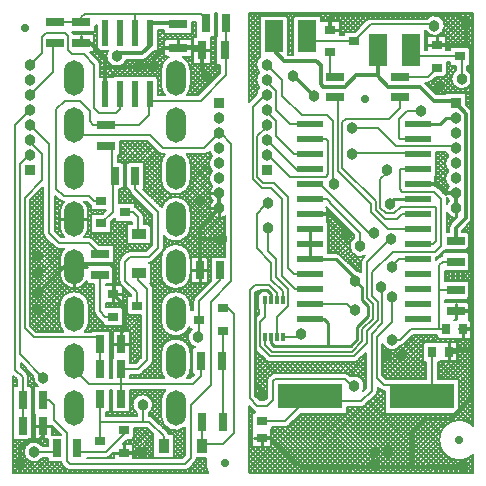
<source format=gbl>
%FSLAX24Y24*%
%MOIN*%
G70*
G01*
G75*
G04 Layer_Physical_Order=2*
G04 Layer_Color=48896*
%ADD10C,0.0079*%
%ADD11C,0.0276*%
%ADD12R,0.0276X0.0394*%
%ADD13R,0.0236X0.0886*%
%ADD14R,0.0591X0.0295*%
%ADD15R,0.0295X0.0591*%
%ADD16R,0.0354X0.0315*%
%ADD17R,0.0492X0.0433*%
%ADD18R,0.0906X0.0906*%
%ADD19R,0.0354X0.0315*%
%ADD20R,0.0315X0.0354*%
%ADD21R,0.0236X0.0197*%
%ADD22R,0.0394X0.0276*%
%ADD23R,0.0315X0.0630*%
%ADD24R,0.0846X0.0335*%
%ADD25C,0.0335*%
%ADD26R,0.0335X0.0846*%
%ADD27R,0.0886X0.0236*%
%ADD28R,0.0299X0.0945*%
%ADD29C,0.0138*%
%ADD30C,0.0100*%
%ADD31C,0.0118*%
%ADD32C,0.0098*%
%ADD33O,0.0669X0.1181*%
%ADD34R,0.0380X0.0380*%
%ADD35C,0.0380*%
%ADD36C,0.0380*%
%ADD37R,0.0630X0.0315*%
%ADD38R,0.0906X0.0236*%
%ADD39R,0.0630X0.1063*%
%ADD40R,0.0358X0.0480*%
%ADD41R,0.0480X0.0358*%
%ADD42R,0.0118X0.0295*%
%ADD43R,0.2165X0.0827*%
D10*
X15505Y13346D02*
G03*
X15354Y13633I-347J0D01*
G01*
X14961D02*
G03*
X15505Y13346I197J-286D01*
G01*
X15515Y12186D02*
G03*
X15451Y12339I-217J0D01*
G01*
X15515Y12186D02*
G03*
X15451Y12339I-217J0D01*
G01*
X15451Y8561D02*
G03*
X15515Y8714I-153J153D01*
G01*
X15451Y8560D02*
G03*
X15515Y8714I-153J153D01*
G01*
X14667Y8874D02*
G03*
X14972Y8694I294J149D01*
G01*
X14599Y15118D02*
G03*
X13997Y15354I-347J0D01*
G01*
X13942Y14961D02*
G03*
X14599Y15118I310J157D01*
G01*
X14026Y13218D02*
G03*
X14165Y13276I0J197D01*
G01*
X14026Y13218D02*
G03*
X14165Y13276I0J197D01*
G01*
X14636Y10900D02*
G03*
X14719Y10774I325J124D01*
G01*
X14733Y9761D02*
G03*
X14640Y9449I228J-238D01*
G01*
X14665Y9378D02*
G03*
X14746Y9273I296J145D01*
G01*
X14719Y10774D02*
G03*
X14719Y10274I241J-250D01*
G01*
D02*
G03*
X14733Y9761I241J-250D01*
G01*
X14640Y9449D02*
G03*
X14609Y9488I-170J-100D01*
G01*
X14640Y9449D02*
G03*
X14609Y9488I-170J-100D01*
G01*
X14746Y9273D02*
G03*
X14667Y9172I214J-250D01*
G01*
X14808Y8529D02*
G03*
X14744Y8376I153J-153D01*
G01*
X14808Y8529D02*
G03*
X14744Y8376I153J-153D01*
G01*
X14375Y9722D02*
G03*
X14283Y9774I-139J-139D01*
G01*
X14375Y9722D02*
G03*
X14283Y9774I-139J-139D01*
G01*
X15551Y1773D02*
G03*
X15551Y825I-472J-474D01*
G01*
X14508Y7449D02*
G03*
X14398Y7393I30J-195D01*
G01*
X14508Y7449D02*
G03*
X14398Y7393I30J-195D01*
G01*
X14301Y7387D02*
G03*
X14440Y7469I-22J196D01*
G01*
X12126Y15354D02*
G03*
X11987Y15297I0J-197D01*
G01*
X12126Y15354D02*
G03*
X11987Y15297I0J-197D01*
G01*
X11575Y8042D02*
G03*
X11934Y7449I197J-286D01*
G01*
X11869Y7383D02*
G03*
X11811Y7244I139J-139D01*
G01*
X13121Y4449D02*
G03*
X13249Y4506I-11J197D01*
G01*
X11869Y7383D02*
G03*
X11811Y7244I139J-139D01*
G01*
Y6900D02*
G03*
X11639Y6961I-197J-286D01*
G01*
X13121Y4449D02*
G03*
X13249Y4506I-11J197D01*
G01*
X12520Y4499D02*
G03*
X13121Y4449I315J147D01*
G01*
X11575Y3898D02*
G03*
X11714Y3955I0J197D01*
G01*
X11575Y3898D02*
G03*
X11714Y3955I0J197D01*
G01*
X11121Y7479D02*
G03*
X10974Y7539I-146J-146D01*
G01*
X11121Y7479D02*
G03*
X10974Y7539I-146J-146D01*
G01*
X8420Y13061D02*
G03*
X8314Y12805I241J-250D01*
G01*
X8434Y14075D02*
G03*
X8420Y13562I227J-263D01*
G01*
D02*
G03*
X8420Y13061I241J-250D01*
G01*
X8632Y3955D02*
G03*
X8771Y3898I139J139D01*
G01*
X8632Y3955D02*
G03*
X8771Y3898I139J139D01*
G01*
X12420Y3010D02*
G03*
X12559Y2953I139J139D01*
G01*
X12420Y3010D02*
G03*
X12559Y2953I139J139D01*
G01*
X12305Y2814D02*
G03*
X12362Y2953I-139J139D01*
G01*
X11399Y3486D02*
G03*
X11260Y3543I-139J-139D01*
G01*
X11399Y3486D02*
G03*
X11260Y3543I-139J-139D01*
G01*
X12305Y2814D02*
G03*
X12362Y2953I-139J139D01*
G01*
X11922Y3110D02*
G03*
X11450Y3435I-347J0D01*
G01*
X11882Y2948D02*
G03*
X11922Y3110I-307J163D01*
G01*
X11811Y2402D02*
G03*
X11950Y2459I0J197D01*
G01*
X11811Y2402D02*
G03*
X11950Y2459I0J197D01*
G01*
X8937Y3543D02*
G03*
X8798Y3486I0J-197D01*
G01*
X8937Y3543D02*
G03*
X8798Y3486I0J-197D01*
G01*
X8719Y3407D02*
G03*
X8661Y3268I139J-139D01*
G01*
X8719Y3407D02*
G03*
X8661Y3268I139J-139D01*
G01*
X8212Y2288D02*
G03*
X8279Y2244I139J139D01*
G01*
X8212Y2288D02*
G03*
X8279Y2244I139J139D01*
G01*
X9272Y1732D02*
G03*
X9411Y1790I0J197D01*
G01*
X9272Y1732D02*
G03*
X9411Y1790I0J197D01*
G01*
X6122Y13642D02*
G03*
X5867Y14073I-492J0D01*
G01*
X6757Y10915D02*
G03*
X6845Y10774I330J109D01*
G01*
D02*
G03*
X6845Y10274I241J-250D01*
G01*
X6859Y9761D02*
G03*
X6872Y9274I228J-238D01*
G01*
X6845Y10274D02*
G03*
X6859Y9761I241J-250D01*
G01*
X6587Y10827D02*
G03*
X6726Y10884I0J197D01*
G01*
X6587Y10827D02*
G03*
X6726Y10884I0J197D01*
G01*
X6872Y9274D02*
G03*
X7283Y8760I215J-250D01*
G01*
X5991Y12795D02*
G03*
X6122Y13130I-361J335D01*
G01*
X5138Y9980D02*
G03*
X6122Y9980I492J0D01*
G01*
Y8917D02*
G03*
X5158Y9057I-492J0D01*
G01*
X5236Y8110D02*
G03*
X6122Y8406I394J295D01*
G01*
Y7343D02*
G03*
X5138Y7343I-492J0D01*
G01*
X5393Y14073D02*
G03*
X5138Y13642I237J-432D01*
G01*
X6122Y10492D02*
G03*
X5991Y10827I-492J0D01*
G01*
X5138Y13130D02*
G03*
X5269Y12795I492J0D01*
G01*
Y10827D02*
G03*
X5138Y10492I361J-335D01*
G01*
X5058Y10884D02*
G03*
X5197Y10827I139J139D01*
G01*
X5058Y10884D02*
G03*
X5197Y10827I139J139D01*
G01*
X4511Y13969D02*
G03*
X4671Y14036I0J226D01*
G01*
X4511Y13969D02*
G03*
X4671Y14036I0J226D01*
G01*
X5179Y7577D02*
G03*
X5236Y7717I-139J139D01*
G01*
X5179Y7577D02*
G03*
X5236Y7717I-139J139D01*
G01*
X4085Y9656D02*
G03*
X4142Y9516I197J0D01*
G01*
X4085Y9656D02*
G03*
X4142Y9516I197J0D01*
G01*
X4349Y9037D02*
G03*
X4272Y9085I-139J-139D01*
G01*
X4349Y9037D02*
G03*
X4272Y9085I-139J-139D01*
G01*
X4567Y8737D02*
G03*
X4509Y8877I-197J0D01*
G01*
X4567Y8737D02*
G03*
X4509Y8877I-197J0D01*
G01*
X6278Y6084D02*
G03*
X6220Y5945I139J-139D01*
G01*
X6278Y6084D02*
G03*
X6220Y5945I139J-139D01*
G01*
X5138Y6831D02*
G03*
X6122Y6831I492J0D01*
G01*
Y5768D02*
G03*
X5138Y5768I-492J0D01*
G01*
X6166Y5000D02*
G03*
X6285Y4390I212J-276D01*
G01*
X5138Y5256D02*
G03*
X6083Y5063I492J0D01*
G01*
X6122Y4193D02*
G03*
X5138Y4193I-492J0D01*
G01*
X6008Y3366D02*
G03*
X6122Y3681I-378J315D01*
G01*
X6632Y705D02*
G03*
X6716Y197I651J-154D01*
G01*
X6281Y569D02*
G03*
X6339Y705I-139J139D01*
G01*
X6281Y569D02*
G03*
X6339Y705I-139J139D01*
G01*
X5925Y295D02*
G03*
X6064Y353I0J197D01*
G01*
X5925Y295D02*
G03*
X6064Y353I0J197D01*
G01*
X5138Y2106D02*
G03*
X5945Y1728I492J0D01*
G01*
X5407Y1500D02*
G03*
X5362Y1570I-184J-69D01*
G01*
X5407Y1500D02*
G03*
X5362Y1570I-184J-69D01*
G01*
X5138Y3681D02*
G03*
X5252Y3366I492J0D01*
G01*
X5288Y2972D02*
G03*
X5138Y2618I342J-354D01*
G01*
X4780Y7213D02*
G03*
X4864Y7262I-55J189D01*
G01*
X4780Y7213D02*
G03*
X4864Y7262I-55J189D01*
G01*
X4882Y6339D02*
G03*
X4824Y6478I-197J0D01*
G01*
X4882Y6339D02*
G03*
X4824Y6478I-197J0D01*
G01*
Y3837D02*
G03*
X4882Y3976I-139J139D01*
G01*
X4824Y3837D02*
G03*
X4882Y3976I-139J139D01*
G01*
X4724Y7205D02*
G03*
X4780Y7213I0J197D01*
G01*
X4724Y7205D02*
G03*
X4780Y7213I0J197D01*
G01*
X4370Y3465D02*
G03*
X4509Y3522I0J197D01*
G01*
X4370Y3465D02*
G03*
X4509Y3522I0J197D01*
G01*
X4724Y2194D02*
G03*
X4875Y2480I-197J286D01*
G01*
X4883Y2049D02*
G03*
X4744Y2106I-139J-139D01*
G01*
X4883Y2049D02*
G03*
X4744Y2106I-139J-139D01*
G01*
X4875Y2480D02*
G03*
X4331Y2194I-347J0D01*
G01*
X3369Y14282D02*
G03*
X3986Y13969I293J-187D01*
G01*
X3110Y13819D02*
G03*
X3053Y13958I-197J0D01*
G01*
X3110Y13819D02*
G03*
X3053Y13958I-197J0D01*
G01*
X4092Y7598D02*
G03*
X3952Y7541I0J-197D01*
G01*
X4092Y7598D02*
G03*
X3952Y7541I0J-197D01*
G01*
X3804Y7392D02*
G03*
X3746Y7253I139J-139D01*
G01*
X3804Y7392D02*
G03*
X3746Y7253I139J-139D01*
G01*
Y6613D02*
G03*
X3804Y6474I197J0D01*
G01*
X3746Y6613D02*
G03*
X3804Y6474I197J0D01*
G01*
X2774Y9132D02*
G03*
X2815Y9101I139J139D01*
G01*
X2774Y9132D02*
G03*
X2815Y9101I139J139D01*
G01*
X2718Y8917D02*
G03*
X2580Y9252I-474J0D01*
G01*
X2235Y14824D02*
G03*
X2186Y14903I-187J-61D01*
G01*
X2235Y14824D02*
G03*
X2186Y14903I-187J-61D01*
G01*
X1751Y9310D02*
G03*
X1890Y9252I139J139D01*
G01*
X1751Y9310D02*
G03*
X1890Y9252I139J139D01*
G01*
X1908D02*
G03*
X1770Y8917I336J-335D01*
G01*
X2885Y8013D02*
G03*
X2746Y8071I-139J-139D01*
G01*
X2885Y8013D02*
G03*
X2746Y8071I-139J-139D01*
G01*
X2580D02*
G03*
X2718Y8406I-336J335D01*
G01*
X1908Y7677D02*
G03*
X1770Y7343I336J-335D01*
G01*
Y8406D02*
G03*
X1908Y8071I474J0D01*
G01*
X1593Y7735D02*
G03*
X1732Y7677I139J139D01*
G01*
X1593Y7735D02*
G03*
X1732Y7677I139J139D01*
G01*
X1220Y8189D02*
G03*
X1278Y8050I197J0D01*
G01*
X1220Y8189D02*
G03*
X1278Y8050I197J0D01*
G01*
X1770Y6831D02*
G03*
X2657Y6599I474J0D01*
G01*
X2913Y5591D02*
G03*
X2971Y5451I197J0D01*
G01*
X2913Y5591D02*
G03*
X2971Y5451I197J0D01*
G01*
X2736Y5768D02*
G03*
X1752Y5768I-492J0D01*
G01*
X3148Y5274D02*
G03*
X3209Y5233I139J139D01*
G01*
X3148Y5274D02*
G03*
X3209Y5233I139J139D01*
G01*
X2605Y4921D02*
G03*
X2736Y5256I-361J335D01*
G01*
X3307Y709D02*
G03*
X3446Y766I0J197D01*
G01*
X3307Y709D02*
G03*
X3446Y766I0J197D01*
G01*
X1752Y5256D02*
G03*
X1883Y4921I492J0D01*
G01*
X879Y3449D02*
G03*
X1037Y3091I342J-63D01*
G01*
X719Y3404D02*
G03*
X661Y3543I-197J0D01*
G01*
X719Y3404D02*
G03*
X661Y3543I-197J0D01*
G01*
X1967Y353D02*
G03*
X2106Y295I139J139D01*
G01*
X1967Y353D02*
G03*
X2106Y295I139J139D01*
G01*
X1812Y571D02*
G03*
X1869Y451I196J20D01*
G01*
X1812Y571D02*
G03*
X1869Y451I196J20D01*
G01*
X1192Y1102D02*
G03*
X1192Y709I-286J-197D01*
G01*
X2165Y14173D02*
X2559D01*
X2047Y14291D02*
X2165Y14173D01*
X2047Y14291D02*
Y14764D01*
X2598Y15512D02*
X6467D01*
X1614Y15226D02*
X2441D01*
X1535D02*
X1614D01*
X2480D02*
Y15394D01*
X6467Y15512D02*
X6624Y15354D01*
X2480Y15394D02*
X2598Y15512D01*
X15453Y14284D02*
X15551Y14382D01*
X15453Y14300D02*
X15551Y14201D01*
X15370Y15551D02*
X15551Y15370D01*
X15412Y14409D02*
X15551Y14549D01*
X15453Y13949D02*
X15551Y14048D01*
X15453Y13965D02*
X15551Y13867D01*
X15453Y14116D02*
X15551Y14215D01*
X15453Y14133D02*
X15551Y14034D01*
X15453Y13782D02*
X15551Y13881D01*
X15453Y13780D02*
Y14409D01*
Y13798D02*
X15551Y13700D01*
X15354Y13633D02*
Y13780D01*
X15416Y13579D02*
X15551Y13714D01*
X15354Y13730D02*
X15551Y13533D01*
X15354Y13780D02*
X15453D01*
X15354Y13684D02*
X15450Y13780D01*
X15497Y13420D02*
X15551Y13366D01*
X15505Y13333D02*
X15551Y13380D01*
X15480Y13476D02*
X15551Y13547D01*
X15493Y13257D02*
X15551Y13199D01*
X15440Y13144D02*
X15551Y13032D01*
X15399Y12392D02*
X15551Y12545D01*
X15355Y13061D02*
X15551Y12865D01*
X15308Y12803D02*
X15551Y13046D01*
X15308Y12636D02*
X15551Y12879D01*
X15308Y12774D02*
X15551Y12531D01*
X15308Y12482D02*
Y12871D01*
X15315Y12475D02*
X15551Y12712D01*
X15479Y12305D02*
X15551Y12378D01*
X15308Y12607D02*
X15551Y12364D01*
X15036Y15551D02*
X15551Y15036D01*
X14869Y15551D02*
X15551Y14869D01*
X14702Y15551D02*
X15551Y14702D01*
X14535Y15551D02*
X15551Y14535D01*
X15203Y15551D02*
X15551Y15203D01*
X15245Y14409D02*
X15551Y14716D01*
X14647Y14480D02*
X15551Y15384D01*
X14911Y14409D02*
X15551Y15050D01*
X14599Y15100D02*
X15050Y15551D01*
X14647Y14647D02*
X15551Y15551D01*
X14431Y14765D02*
X15217Y15551D01*
X14598Y14765D02*
X15384Y15551D01*
X14783Y14409D02*
X15453D01*
X15078D02*
X15551Y14883D01*
X14597Y15155D02*
X15343Y14409D01*
X15210Y12871D02*
X15551Y13213D01*
X14368Y15551D02*
X15551Y14368D01*
X14647Y14313D02*
X15551Y15217D01*
X15240Y13009D02*
X15551Y12698D01*
X15308Y12482D02*
X15451Y12339D01*
X14613Y12871D02*
X15308D01*
X15072Y13010D02*
X15211Y12871D01*
X14783Y13780D02*
X14961D01*
Y13633D02*
Y13780D01*
X14521Y14898D02*
X15009Y14409D01*
X14580Y15005D02*
X15176Y14409D01*
X14875Y12871D02*
X15028Y13024D01*
X15043Y12871D02*
X15171Y12999D01*
X14509Y13406D02*
X15044Y12871D01*
X15515Y11398D02*
X15551Y11362D01*
X15515Y11339D02*
X15551Y11375D01*
X15515Y11565D02*
X15551Y11529D01*
X15515Y11506D02*
X15551Y11542D01*
X15515Y11064D02*
X15551Y11027D01*
X15515Y11005D02*
X15551Y11041D01*
X15515Y11231D02*
X15551Y11195D01*
X15515Y11172D02*
X15551Y11208D01*
X15515Y12007D02*
X15551Y12043D01*
X15515Y11899D02*
X15551Y11863D01*
X15515Y12174D02*
X15551Y12211D01*
X15515Y12066D02*
X15551Y12030D01*
X15515Y11732D02*
X15551Y11696D01*
X15515Y11673D02*
X15551Y11709D01*
X15515Y11840D02*
X15551Y11876D01*
X15515Y10730D02*
X15551Y10693D01*
X15515Y10671D02*
X15551Y10707D01*
X15515Y10897D02*
X15551Y10860D01*
X15515Y10838D02*
X15551Y10874D01*
X15515Y10396D02*
X15551Y10359D01*
X15515Y10337D02*
X15551Y10373D01*
X15515Y10563D02*
X15551Y10526D01*
X15515Y10504D02*
X15551Y10540D01*
X15515Y10170D02*
X15551Y10206D01*
X15515Y10062D02*
X15551Y10025D01*
X15515Y10229D02*
X15551Y10192D01*
X15515Y8714D02*
Y12186D01*
Y9895D02*
X15551Y9858D01*
X15515Y9059D02*
X15551Y9023D01*
X15515Y10003D02*
X15551Y10039D01*
X15515Y9728D02*
X15551Y9691D01*
X15515Y9669D02*
X15551Y9705D01*
X15508Y12240D02*
X15551Y12197D01*
X15515Y9836D02*
X15551Y9872D01*
X15515Y9168D02*
X15551Y9204D01*
X15515Y9001D02*
X15551Y9037D01*
X15515Y9561D02*
X15551Y9524D01*
X15515Y9502D02*
X15551Y9538D01*
X15515Y9394D02*
X15551Y9357D01*
X15515Y9227D02*
X15551Y9190D01*
X15515Y8892D02*
X15551Y8856D01*
X15515Y9335D02*
X15551Y9371D01*
X15515Y8833D02*
X15551Y8870D01*
X15515Y8725D02*
X15551Y8689D01*
X15508Y8660D02*
X15551Y8703D01*
X15479Y8594D02*
X15551Y8522D01*
X15399Y8508D02*
X15551Y8355D01*
X15263Y8248D02*
X15551Y8536D01*
X15177Y8286D02*
X15451Y8560D01*
X14808Y8529D02*
X14972Y8694D01*
X15177Y8248D02*
Y8286D01*
X15231Y8341D02*
X15324Y8248D01*
X15177D02*
X15413D01*
X14647Y14604D02*
X14842Y14409D01*
X14647Y14437D02*
X14783Y14301D01*
X14513Y15348D02*
X14716Y15551D01*
X14576Y15244D02*
X14883Y15551D01*
X14783Y14291D02*
Y14409D01*
X14665Y13830D02*
X14733Y13898D01*
X14647Y14291D02*
X14783D01*
X14665Y13898D02*
X14783D01*
X14420Y15422D02*
X14549Y15551D01*
X14431Y14820D02*
X14486Y14765D01*
X14201Y15551D02*
X14289Y15464D01*
X14294Y15463D02*
X14382Y15551D01*
X14647Y14291D02*
Y14765D01*
X14804Y13780D02*
X14955Y13628D01*
X14665Y13496D02*
X14949Y13780D01*
X14665Y13751D02*
X14872Y13544D01*
X14665Y13584D02*
X14820Y13429D01*
X14665Y13417D02*
X14821Y13261D01*
X14342Y13406D02*
X14877Y12871D01*
X14246Y12910D02*
X14857Y13521D01*
X14341Y12838D02*
X14812Y13309D01*
X14685Y13898D02*
X14783Y13800D01*
Y13780D02*
Y13898D01*
X14665Y13663D02*
X14783Y13781D01*
X14665Y13406D02*
Y13898D01*
X14294Y13406D02*
X14665D01*
X14575D02*
X14665Y13496D01*
X14235Y13346D02*
X14710Y12871D01*
X14034Y15551D02*
X14139Y15447D01*
X14088Y15425D02*
X14215Y15551D01*
X13851Y15354D02*
X14048Y15551D01*
X14097Y14765D02*
X14126Y14794D01*
X14121Y14796D02*
X14152Y14765D01*
X14014D02*
X14647D01*
X13867Y15551D02*
X14032Y15387D01*
X13700Y15551D02*
X13897Y15354D01*
X13517D02*
X13714Y15551D01*
X13684Y15354D02*
X13881Y15551D01*
X13937Y14772D02*
X14022Y14857D01*
X13937Y14813D02*
X14014Y14736D01*
X13533Y15551D02*
X13730Y15354D01*
X14079Y13077D02*
X14408Y13406D01*
X14163Y12994D02*
X14575Y13406D01*
X13937Y14479D02*
X14014Y14402D01*
X14165Y13276D02*
X14294Y13406D01*
X14151Y13263D02*
X14576Y12838D01*
X13937Y14291D02*
Y14961D01*
X14014Y14291D02*
Y14765D01*
X13937Y14605D02*
X14014Y14682D01*
X13937Y14646D02*
X14014Y14569D01*
X13937Y14438D02*
X14014Y14515D01*
X13957Y14291D02*
X14014Y14348D01*
X13937Y14291D02*
X14014D01*
X14708Y12871D02*
X14925Y13088D01*
X14508Y12838D02*
X14852Y13181D01*
X14510Y10900D02*
X14680Y10729D01*
X14613Y12838D02*
Y12871D01*
X14471Y9627D02*
X14673Y9829D01*
X14387Y9710D02*
X14622Y9945D01*
X14375Y9722D02*
X14609Y9488D01*
X14554Y9543D02*
X14654Y9643D01*
X14864Y8708D02*
X14925Y8647D01*
X14667Y8738D02*
X14842Y8563D01*
X14667Y8654D02*
X14769Y8755D01*
X14667Y8487D02*
X14883Y8703D01*
X14667Y8571D02*
X14766Y8472D01*
X14667Y8404D02*
X14744Y8327D01*
X14667Y8248D02*
Y8874D01*
Y9239D02*
X14692Y9214D01*
X14667Y9172D02*
Y9349D01*
Y8320D02*
X14745Y8398D01*
X14744Y8248D02*
Y8376D01*
X14667Y8248D02*
X14744D01*
X14319Y12838D02*
X14613D01*
X14343Y10900D02*
X14626Y10617D01*
X14028Y13219D02*
X14409Y12838D01*
X14301Y10900D02*
X14636D01*
X14301Y10774D02*
X14620Y10455D01*
X14301Y10292D02*
X14626Y10617D01*
X14301Y10626D02*
X14574Y10900D01*
X14301Y10459D02*
X14672Y10830D01*
X13996Y13161D02*
X14056Y13221D01*
X14301Y10793D02*
X14407Y10900D01*
X13938Y13218D02*
X14026D01*
X13938D02*
X14319Y12838D01*
X14301Y10557D02*
Y10608D01*
Y10557D02*
Y10608D01*
Y10900D01*
Y10607D02*
X14680Y10228D01*
X14301Y10125D02*
X14622Y10446D01*
X14301Y10440D02*
X14626Y10116D01*
X14283Y9940D02*
X14672Y10330D01*
X14301Y10273D02*
X14620Y9954D01*
X14301Y10106D02*
X14693Y9715D01*
X14284Y9774D02*
X14626Y10116D01*
X14283Y9957D02*
X14640Y9600D01*
X14283Y10057D02*
Y10090D01*
X14301Y10057D02*
Y10557D01*
X14283Y9774D02*
Y10057D01*
Y9790D02*
X14307Y9766D01*
X15413Y8159D02*
X15551Y8021D01*
X15413Y7897D02*
X15551Y8035D01*
X15413Y8231D02*
X15551Y8369D01*
X15413Y8064D02*
X15551Y8202D01*
X15413Y7825D02*
X15551Y7687D01*
X15413Y7491D02*
X15551Y7353D01*
X15413Y7992D02*
X15551Y7854D01*
X15413Y7730D02*
X15551Y7868D01*
X15413Y7638D02*
Y8248D01*
Y7658D02*
X15551Y7520D01*
X15410Y7559D02*
X15551Y7701D01*
X15410Y7559D02*
X15551Y7701D01*
X15413Y7229D02*
X15551Y7367D01*
X15413Y7324D02*
X15551Y7186D01*
X15413Y7396D02*
X15551Y7534D01*
X15413Y6989D02*
X15551Y6852D01*
X15413Y6561D02*
X15551Y6698D01*
X15413Y7062D02*
X15551Y7200D01*
X15413Y7157D02*
X15551Y7019D01*
X15413Y6227D02*
X15551Y6364D01*
X15413Y5987D02*
X15551Y5849D01*
X15413Y6394D02*
X15551Y6531D01*
X15413Y6488D02*
X15551Y6351D01*
X15413Y6949D02*
Y7559D01*
X15551Y1773D02*
Y15551D01*
X15413Y6321D02*
X15551Y6184D01*
X15413Y5986D02*
Y6596D01*
Y6060D02*
X15551Y6197D01*
X15413Y6154D02*
X15551Y6017D01*
X15395Y5707D02*
X15551Y5863D01*
X15324Y8248D02*
X15413Y8159D01*
X15321Y7638D02*
X15413Y7730D01*
X15315Y8424D02*
X15551Y8188D01*
X14609Y7638D02*
X15413D01*
X15287Y6949D02*
X15551Y6685D01*
X15282Y6596D02*
X15551Y6865D01*
X14530Y7559D02*
X15413D01*
X15115Y6596D02*
X15551Y7033D01*
X15266Y7638D02*
X15345Y7559D01*
X15413Y7491D01*
X15243Y7559D02*
X15321Y7638D01*
X14606Y6949D02*
X15413D01*
X14948Y6596D02*
X15300Y6949D01*
X14953D02*
X15306Y6596D01*
X14606D02*
X15413D01*
X15395Y5874D02*
X15551Y6030D01*
X15395Y5838D02*
X15551Y5682D01*
X15120Y6949D02*
X15551Y6518D01*
X15340Y5986D02*
X15413Y6060D01*
X15395Y5373D02*
X15551Y5529D01*
X15395Y5504D02*
X15551Y5348D01*
X15395Y5540D02*
X15551Y5696D01*
X15395Y5671D02*
X15551Y5515D01*
X15243Y5889D02*
X15340Y5986D01*
X15248D02*
X15345Y5889D01*
X14606Y5986D02*
X15413D01*
X14606Y5889D02*
X15395D01*
X15345D02*
X15395Y5838D01*
Y5317D02*
Y5889D01*
X15494Y5138D02*
X15551Y5195D01*
X15494Y5072D02*
X15551Y5014D01*
X15494Y5305D02*
X15551Y5362D01*
X15494Y5239D02*
X15551Y5181D01*
X15494Y4971D02*
X15551Y5028D01*
X15494Y4905D02*
X15551Y4847D01*
X15381Y4683D02*
X15551Y4513D01*
X15214Y4683D02*
X15551Y4346D01*
X15416Y5317D02*
X15494Y5239D01*
Y4683D02*
Y5317D01*
X15395D02*
X15494D01*
Y4804D02*
X15551Y4861D01*
X15494Y4738D02*
X15551Y4680D01*
X15079Y3219D02*
X15551Y3692D01*
X15079Y2814D02*
X15551Y2342D01*
X15079Y2217D02*
X15551Y2690D01*
X15079Y3052D02*
X15551Y3525D01*
X15079Y2885D02*
X15551Y3358D01*
X15410Y1881D02*
X15551Y2022D01*
X15509Y1812D02*
X15551Y1854D01*
X15159Y1964D02*
X15551Y2356D01*
X15295Y1933D02*
X15551Y2189D01*
X15468Y755D02*
X15551Y671D01*
Y197D02*
Y825D01*
X15363Y693D02*
X15551Y504D01*
X15239Y649D02*
X15551Y337D01*
X15230Y197D02*
X15551Y518D01*
X15397Y197D02*
X15551Y351D01*
X15091Y630D02*
X15525Y197D01*
X15047Y4683D02*
X15551Y4179D01*
X15021Y4164D02*
X15551Y4694D01*
X15021Y4542D02*
X15551Y4012D01*
X15021Y3997D02*
X15551Y4527D01*
X15021Y4375D02*
X15551Y3845D01*
X15021Y4208D02*
X15551Y3678D01*
X15021Y4041D02*
X15551Y3511D01*
X14518Y3327D02*
X15551Y4360D01*
X14961Y4683D02*
X15494D01*
X15021Y4331D02*
X15374Y4683D01*
X14685Y3327D02*
X15551Y4193D01*
X14852Y3327D02*
X15551Y4026D01*
X14960Y3935D02*
X15551Y3344D01*
X15019Y3327D02*
X15551Y3859D01*
X14793Y3935D02*
X15551Y3177D01*
X15079Y2718D02*
X15551Y3191D01*
X15079Y3148D02*
X15551Y2676D01*
X14626Y3935D02*
X15551Y3010D01*
X15079Y3315D02*
X15551Y2843D01*
X15079Y2384D02*
X15551Y2857D01*
X15079Y2647D02*
X15551Y2175D01*
X15079Y2551D02*
X15551Y3024D01*
X15079Y2981D02*
X15551Y2509D01*
X15079Y2480D02*
X15551Y2008D01*
X15079Y2313D02*
X15551Y1841D01*
X14991Y1963D02*
X15551Y2523D01*
X14900Y654D02*
X15358Y197D01*
X15063D02*
X15551Y685D01*
X14896Y197D02*
X15426Y727D01*
X15076Y7559D02*
X15154Y7638D01*
X15099D02*
X15178Y7559D01*
X14908D02*
X14987Y7638D01*
X14932D02*
X15011Y7559D01*
X14781Y6596D02*
X15133Y6949D01*
X14786D02*
X15139Y6596D01*
X14614D02*
X14966Y6949D01*
X14619D02*
X14972Y6596D01*
X14741Y7559D02*
X14820Y7638D01*
X14765D02*
X14844Y7559D01*
X14606Y6923D02*
X14632Y6949D01*
X14606Y6756D02*
X14799Y6949D01*
X14606Y6756D02*
X14799Y6949D01*
X14606Y6794D02*
X14805Y6596D01*
X14606D02*
Y6949D01*
X15076Y5889D02*
X15173Y5986D01*
X15081D02*
X15178Y5889D01*
X14909D02*
X15006Y5986D01*
X14914D02*
X15011Y5889D01*
X15021Y4498D02*
X15207Y4683D01*
X14925Y4568D02*
X15039Y4683D01*
X14747Y5986D02*
X14844Y5889D01*
X14606Y6627D02*
X14638Y6596D01*
X14742Y5889D02*
X14839Y5986D01*
X14900Y5315D02*
X14961D01*
X14900Y4683D02*
X14961D01*
X14758Y4568D02*
X14854Y4665D01*
X14574Y7559D02*
X14653Y7638D01*
X14604Y7632D02*
X14677Y7559D01*
X14530D02*
X14609Y7638D01*
X14508Y7492D02*
X14574Y7559D01*
X14508Y7537D02*
X14530Y7559D01*
X14508Y7449D02*
Y7537D01*
X14440Y7469D02*
X14508Y7537D01*
X14437Y7465D02*
X14465Y7437D01*
X14441Y7425D02*
X14508Y7492D01*
X14340Y7395D02*
X14370Y7365D01*
X14301Y7296D02*
X14398Y7393D01*
X14301Y7296D02*
Y7387D01*
X14606Y5921D02*
X14672Y5986D01*
X14606Y5889D02*
Y5986D01*
Y5959D02*
X14677Y5889D01*
X13546Y4803D02*
X14331D01*
Y4731D02*
X14397Y4665D01*
X14331D02*
Y4803D01*
X14259D02*
X14331Y4731D01*
X14275Y4587D02*
X14353Y4665D01*
X14092Y4803D02*
X14309Y4587D01*
X14107D02*
X14324Y4803D01*
X13925D02*
X14142Y4587D01*
X13940D02*
X14157Y4803D01*
X13758D02*
X13974Y4587D01*
X13591Y4803D02*
X13858Y4536D01*
X13485Y4742D02*
X13858Y4369D01*
X14898Y4665D02*
X14995Y4568D01*
X15021Y4542D01*
X14488Y4568D02*
X15021D01*
X14731Y4665D02*
X14828Y4568D01*
X14960Y3935D02*
X15021Y3997D01*
X14488Y3935D02*
X15021D01*
X14564Y4665D02*
X14661Y4568D01*
X14590D02*
X14687Y4665D01*
X14397D02*
X14476Y4587D01*
X14442D02*
X14520Y4665D01*
X14428Y4568D02*
X14488D01*
X14428Y3935D02*
X14488D01*
X15047Y2185D02*
X15079Y2217D01*
Y2185D02*
Y3327D01*
X15021Y3935D02*
Y4568D01*
X14477Y3917D02*
X15067Y3327D01*
X14873Y2185D02*
X15089Y1968D01*
X15040Y2185D02*
X15291Y1934D01*
X14735Y1874D02*
X15047Y2185D01*
X14729Y197D02*
X15168Y636D01*
X14706Y2185D02*
X14937Y1953D01*
X14539Y2185D02*
X14811Y1913D01*
X14370Y3680D02*
X14626Y3935D01*
X14370Y3327D02*
Y3917D01*
X14395Y197D02*
X14863Y666D01*
X14562Y197D02*
X14999Y635D01*
X14372Y2185D02*
X14703Y1853D01*
X14370Y3513D02*
X14793Y3935D01*
X14370Y3346D02*
X14960Y3935D01*
X14331Y4665D02*
X14961D01*
X13858Y4587D02*
X14488D01*
X14370Y3917D02*
X14488D01*
X14370Y3847D02*
X14440Y3917D01*
X13702Y3346D02*
X13976Y3620D01*
X14370Y3523D02*
X14566Y3327D01*
X13858Y3917D02*
Y4587D01*
X13976Y3346D02*
Y3917D01*
X13858Y4504D02*
X13940Y4587D01*
X13401Y4659D02*
X13858Y4202D01*
Y3917D02*
X13976D01*
X13870Y3346D02*
X13976Y3453D01*
X13535Y3346D02*
X13976Y3787D01*
X14370Y3857D02*
X14900Y3327D01*
X14370Y3690D02*
X14733Y3327D01*
X14370D02*
X15079D01*
X14038Y2185D02*
X14534Y1688D01*
X14205Y2185D02*
X14611Y1778D01*
X14228Y197D02*
X14748Y717D01*
X13894Y197D02*
X14566Y869D01*
X14061Y197D02*
X14649Y786D01*
X14370Y3356D02*
X14399Y3327D01*
X13871Y2185D02*
X14473Y1583D01*
X13704Y2185D02*
X14429Y1460D01*
X13536Y2185D02*
X14410Y1312D01*
X13559Y197D02*
X14445Y1083D01*
X13727Y197D02*
X14497Y968D01*
X13392Y197D02*
X14414Y1219D01*
X13016Y15354D02*
X13213Y15551D01*
X13032D02*
X13229Y15354D01*
X12849D02*
X13046Y15551D01*
X12865D02*
X13062Y15354D01*
X13350D02*
X13547Y15551D01*
X13366D02*
X13563Y15354D01*
X13183D02*
X13380Y15551D01*
X13199D02*
X13396Y15354D01*
X12348D02*
X12545Y15551D01*
X12364D02*
X12561Y15354D01*
X12181D02*
X12378Y15551D01*
X12197D02*
X12394Y15354D01*
X12682D02*
X12879Y15551D01*
X12698D02*
X12895Y15354D01*
X12515D02*
X12712Y15551D01*
X12531D02*
X12728Y15354D01*
X12030Y15551D02*
X12227Y15354D01*
X11863Y15551D02*
X12068Y15346D01*
X11414Y14921D02*
X12043Y15551D01*
X11581Y14921D02*
X12211Y15551D01*
X12126Y15354D02*
X13997D01*
X11611Y14921D02*
X11987Y15297D01*
X11696Y15551D02*
X11968Y15278D01*
X11529Y15551D02*
X11885Y15195D01*
X11362Y15551D02*
X11801Y15111D01*
X11247Y14921D02*
X11876Y15551D01*
X11240Y14921D02*
X11611D01*
X11240Y14803D02*
Y14921D01*
X11195Y15551D02*
X11718Y15028D01*
X11104Y15113D02*
X11542Y15551D01*
X11104Y14946D02*
X11709Y15551D01*
X8071D02*
X15551D01*
X11027D02*
X11634Y14944D01*
X10934Y15277D02*
X11208Y15551D01*
X11101Y15277D02*
X11375Y15551D01*
X10472Y15277D02*
X11104D01*
X10693Y15551D02*
X10967Y15277D01*
X10767D02*
X11041Y15551D01*
X10526D02*
X10800Y15277D01*
X10600D02*
X10874Y15551D01*
X10472Y15438D02*
X10633Y15277D01*
X10472Y15316D02*
X10707Y15551D01*
X11104Y14974D02*
X11240Y14837D01*
X11128Y14803D02*
X11240Y14915D01*
X10860Y15551D02*
X11490Y14921D01*
X11104Y15141D02*
X11323Y14921D01*
X11104Y14803D02*
X11240D01*
X10681Y9029D02*
X11575Y8134D01*
X10681Y8883D02*
X11544Y8019D01*
X10681Y8716D02*
X11469Y7927D01*
X11104Y14803D02*
Y15277D01*
X10681Y8608D02*
Y9029D01*
X10652Y9057D02*
X10681Y9029D01*
Y8843D02*
X10773Y8936D01*
X10681Y8676D02*
X10857Y8852D01*
X10699Y8527D02*
X10940Y8769D01*
X11869Y7383D02*
X11934Y7449D01*
X11818Y7412D02*
X11858Y7371D01*
X13249Y4506D02*
X13546Y4803D01*
X11555Y7045D02*
X11824Y7314D01*
X11618Y7444D02*
X11811Y7251D01*
X11811Y6900D02*
Y7244D01*
X11575Y8042D02*
Y8134D01*
X11471Y7128D02*
X11752Y7409D01*
X11769Y6925D02*
X11811Y6967D01*
X11638Y6961D02*
X11811Y7134D01*
X13318Y4575D02*
X13858Y4035D01*
X12520Y3667D02*
X13656Y4803D01*
X12520Y3834D02*
X13136Y4451D01*
X13234Y4492D02*
X13976Y3750D01*
X12520Y4168D02*
X12684Y4333D01*
X12520Y4001D02*
X12817Y4299D01*
X12520Y4335D02*
X12587Y4402D01*
X11907Y4148D02*
X11969Y4087D01*
X11714Y3955D02*
X11969Y4210D01*
X11824Y4065D02*
X11969Y3920D01*
X11740Y3981D02*
X11969Y3753D01*
X10699Y8026D02*
X11191Y8518D01*
X10699Y8530D02*
X11427Y7802D01*
X10699Y8360D02*
X11024Y8685D01*
X10699Y8193D02*
X11107Y8602D01*
X10699Y7692D02*
X11358Y8351D01*
X10880Y7539D02*
X11525Y8184D01*
X10699Y7859D02*
X11274Y8435D01*
X10699Y8363D02*
X11460Y7602D01*
X10699Y8108D02*
Y8608D01*
Y8057D02*
Y8108D01*
X10681Y8575D02*
Y8608D01*
X10699Y8057D02*
Y8108D01*
Y7557D02*
Y7608D01*
Y7557D02*
Y7608D01*
Y8057D01*
X11037Y7530D02*
X11575Y8067D01*
X11221Y7379D02*
X11455Y7613D01*
X10699Y8196D02*
X11811Y7084D01*
X10699Y8029D02*
X11811Y6917D01*
X11304Y7295D02*
X11523Y7514D01*
X11388Y7212D02*
X11619Y7444D01*
X11121Y7479D02*
X11639Y6961D01*
X8771Y3898D02*
X11575D01*
X10713Y7539D02*
X11441Y8268D01*
X11137Y7462D02*
X11424Y7750D01*
X10699Y7695D02*
X10855Y7539D01*
X10699Y7862D02*
X11029Y7532D01*
X10699Y7539D02*
X10974D01*
X10359Y15551D02*
X10458Y15453D01*
X10442D02*
X10540Y15551D01*
X10192D02*
X10291Y15453D01*
X10275D02*
X10373Y15551D01*
X10025D02*
X10124Y15453D01*
X10108D02*
X10206Y15551D01*
X9528Y15453D02*
X10472D01*
X9941D02*
X10039Y15551D01*
X9524D02*
X9623Y15453D01*
X9607D02*
X9705Y15551D01*
X9370Y15383D02*
X9538Y15551D01*
X9357D02*
X9528Y15381D01*
X9774Y15453D02*
X9872Y15551D01*
X9858D02*
X9957Y15453D01*
X9691Y15551D02*
X9790Y15453D01*
X9528Y15374D02*
X9607Y15453D01*
X10472Y15277D02*
Y15453D01*
X9370Y15216D02*
X9528Y15374D01*
X9370Y15371D02*
X9528Y15214D01*
X9370Y14882D02*
X9528Y15040D01*
X9370Y14548D02*
X9528Y14706D01*
X9370Y15049D02*
X9528Y15207D01*
X9370Y15204D02*
X9528Y15047D01*
X9370Y14154D02*
Y15453D01*
X9528Y14154D02*
Y15453D01*
X9289D02*
X9370Y15371D01*
Y15037D02*
X9528Y14880D01*
X9370Y14870D02*
X9528Y14713D01*
X9370Y14703D02*
X9528Y14546D01*
X9370Y14715D02*
X9528Y14873D01*
X9190Y15551D02*
X9289Y15453D01*
X9273D02*
X9371Y15551D01*
X9023D02*
X9122Y15453D01*
X9105D02*
X9204Y15551D01*
X8856D02*
X8954Y15453D01*
X8938D02*
X9037Y15551D01*
X8425Y15453D02*
X9370D01*
X8771D02*
X8870Y15551D01*
X8355D02*
X8453Y15453D01*
X8437D02*
X8536Y15551D01*
X8071Y15420D02*
X8202Y15551D01*
X8188D02*
X8425Y15314D01*
X8604Y15453D02*
X8703Y15551D01*
X8689D02*
X8787Y15453D01*
X8522Y15551D02*
X8620Y15453D01*
X8071Y15334D02*
X8425Y14980D01*
X8071Y14919D02*
X8425Y15274D01*
X8071Y15501D02*
X8425Y15147D01*
X8071Y15086D02*
X8425Y15441D01*
X8071Y15000D02*
X8425Y14646D01*
X8071Y14666D02*
X8425Y14312D01*
X8071Y15167D02*
X8425Y14813D01*
X8071Y14752D02*
X8425Y15107D01*
X8071Y15253D02*
X8369Y15551D01*
X8425Y14075D02*
Y15453D01*
X8071Y14585D02*
X8425Y14939D01*
X8071Y12562D02*
Y15551D01*
Y14418D02*
X8425Y14772D01*
X8071Y14251D02*
X8425Y14605D01*
X8071Y14833D02*
X8425Y14479D01*
X9370Y14214D02*
X9528Y14372D01*
X9370Y14369D02*
X9528Y14212D01*
X9370Y14381D02*
X9528Y14539D01*
X9370Y14536D02*
X9528Y14379D01*
X9370Y14202D02*
X9419Y14154D01*
X9477D02*
X9528Y14204D01*
X9370Y14154D02*
X9528D01*
X8386Y6270D02*
X8649D01*
X8386Y6214D02*
X8441Y6270D01*
X8339D02*
X8386D01*
X8649D01*
X8311Y6241D02*
X8386Y6166D01*
X8406Y5495D02*
Y5659D01*
X8287Y5448D02*
X8406Y5566D01*
X8287Y4300D02*
X8632Y3955D01*
X8287Y3945D02*
X8465Y4122D01*
X8287Y3778D02*
X8548Y4039D01*
X8287Y3610D02*
X8632Y3955D01*
X8287Y6116D02*
X8386Y6214D01*
Y5659D02*
Y6270D01*
X8287Y6098D02*
X8386Y5999D01*
X8287Y5949D02*
X8386Y6047D01*
X8287Y5430D02*
X8314Y5403D01*
X8287Y4112D02*
X8381Y4206D01*
X8287Y5377D02*
X8406Y5495D01*
X8071Y14332D02*
X8383Y14020D01*
X8071Y13917D02*
X8425Y14271D01*
X8071Y14499D02*
X8425Y14145D01*
X8071Y14084D02*
X8425Y14438D01*
X8071Y13249D02*
X8402Y13580D01*
X8071Y13330D02*
X8382Y13018D01*
X8071Y13750D02*
X8425Y14104D01*
X8071Y13831D02*
X8383Y13519D01*
X8071Y13583D02*
X8314Y13826D01*
X8071Y13416D02*
X8338Y13683D01*
X8071Y14165D02*
X8328Y13908D01*
X8071Y13998D02*
X8320Y13749D01*
X8071Y13497D02*
X8320Y13248D01*
X8071Y13082D02*
X8314Y13325D01*
X8071Y13664D02*
X8327Y13407D01*
X8287Y6218D02*
X8339Y6270D01*
X8287Y5931D02*
X8386Y5832D01*
X8071Y12915D02*
X8339Y13183D01*
X8071Y12748D02*
X8403Y13080D01*
X8287Y5615D02*
X8386Y5713D01*
X8287Y5597D02*
X8397Y5487D01*
X8287Y5782D02*
X8386Y5880D01*
X8287Y5764D02*
X8386Y5665D01*
X8071Y12829D02*
X8204Y12695D01*
X8071Y12581D02*
X8314Y12824D01*
X8071Y13163D02*
X8327Y12906D01*
X8071Y12996D02*
X8288Y12779D01*
X8071Y12662D02*
X8121Y12612D01*
X8287Y5377D02*
Y6218D01*
X8071Y12562D02*
X8314Y12805D01*
X13116Y4442D02*
X13976Y3583D01*
X13032Y4360D02*
X13976Y3415D01*
X12587Y3400D02*
X13990Y4803D01*
X12700Y3346D02*
X13858Y4504D01*
X13201Y3346D02*
X13858Y4003D01*
X13368Y3346D02*
X13939Y3917D01*
X12641Y3346D02*
X13976D01*
X12917Y4308D02*
X13878Y3346D01*
X12749Y4309D02*
X13711Y3346D01*
X12867D02*
X13858Y4337D01*
X12520Y3500D02*
X13823Y4803D01*
X12520Y3467D02*
Y4499D01*
Y3870D02*
X13043Y3346D01*
X13034D02*
X13858Y4170D01*
X12520Y3703D02*
X12876Y3346D01*
X12520Y4037D02*
X13210Y3346D01*
X12520Y3536D02*
X12709Y3346D01*
X12520Y4371D02*
X13544Y3346D01*
X12520Y4204D02*
X13377Y3346D01*
X12559Y2953D02*
X12598D01*
Y2185D02*
Y2953D01*
X12520Y3467D02*
X12641Y3346D01*
X12346Y2874D02*
X12598Y2622D01*
X12362Y3008D02*
X12392Y3038D01*
X12362Y3025D02*
X12598Y2789D01*
X12362Y3068D02*
X12420Y3010D01*
X12362Y2953D02*
Y3068D01*
X11644Y3910D02*
X11969Y3586D01*
X11453Y3436D02*
X11969Y3951D01*
X11364Y3513D02*
X11969Y4118D01*
X11364Y3513D02*
X11969Y4118D01*
X11227Y3543D02*
X11581Y3898D01*
X11637Y3452D02*
X11969Y3784D01*
X11156Y3898D02*
X11596Y3457D01*
X10989Y3898D02*
X11451Y3435D01*
X10893Y3543D02*
X11247Y3898D01*
X11060Y3543D02*
X11414Y3898D01*
X10726Y3543D02*
X11080Y3898D01*
X10822D02*
X11176Y3543D01*
X8937D02*
X11260D01*
X11757Y3406D02*
X11969Y3617D01*
X11846Y3327D02*
X11969Y3450D01*
X11490Y3898D02*
X11969Y3419D01*
X11323Y3898D02*
X11969Y3252D01*
X11905Y3219D02*
X11969Y3283D01*
X9718Y197D02*
X12487Y2966D01*
X9885Y197D02*
X12598Y2911D01*
X11922Y3132D02*
X11969Y3085D01*
Y3034D02*
Y4210D01*
X11399Y3486D02*
X11450Y3435D01*
X11920Y3067D02*
X11969Y3116D01*
X11882Y2948D02*
X11969Y3034D01*
X12868Y2185D02*
X14857Y197D01*
X13202Y2185D02*
X15191Y197D01*
X12598Y2185D02*
X15079D01*
X12724Y197D02*
X14713Y2185D01*
X13369D02*
X14434Y1121D01*
X13225Y197D02*
X14415Y1387D01*
X12557Y197D02*
X14545Y2185D01*
X12701D02*
X14690Y197D01*
X12272Y2781D02*
X12598Y2455D01*
X12189Y2698D02*
X12598Y2288D01*
X11950Y2459D02*
X12305Y2814D01*
X12390Y197D02*
X14378Y2185D01*
X11339Y2319D02*
X11421Y2402D01*
X12056Y197D02*
X14044Y2185D01*
X12105Y2614D02*
X14523Y197D01*
X11938Y2448D02*
X14188Y197D01*
X12022Y2531D02*
X14355Y197D01*
X13035Y2185D02*
X15024Y197D01*
X13058D02*
X14504Y1643D01*
X12223Y197D02*
X14211Y2185D01*
X12891Y197D02*
X14880Y2185D01*
X11817Y2402D02*
X14021Y197D01*
X11889D02*
X13877Y2185D01*
X11483Y2402D02*
X13687Y197D01*
X11650Y2402D02*
X13854Y197D01*
X11555D02*
X13543Y2185D01*
X11722Y197D02*
X13710Y2185D01*
X11388Y197D02*
X13376Y2185D01*
X11339Y2379D02*
X13520Y197D01*
X11339Y2212D02*
X13353Y197D01*
X11198Y2185D02*
X13186Y197D01*
X11221D02*
X13209Y2185D01*
X11031D02*
X13019Y197D01*
X11054D02*
X13042Y2185D01*
X10864D02*
X12852Y197D01*
X10887D02*
X12875Y2185D01*
X11339Y2402D02*
X11811D01*
X11339Y2185D02*
Y2402D01*
X10553Y197D02*
X12598Y2242D01*
X10697Y2185D02*
X12685Y197D01*
X10530Y2185D02*
X12518Y197D01*
X10720D02*
X12708Y2185D01*
X9806D02*
X11339D01*
X10219Y197D02*
X12598Y2576D01*
X10386Y197D02*
X12598Y2409D01*
X9862Y2185D02*
X11850Y197D01*
X10052D02*
X12598Y2743D01*
X10196Y2185D02*
X12184Y197D01*
X10363Y2185D02*
X12351Y197D01*
X8110D02*
X15551D01*
X10029Y2185D02*
X12017Y197D01*
X9551D02*
X11755Y2402D01*
X9750Y2129D02*
X11683Y197D01*
X9217D02*
X11205Y2185D01*
X9384Y197D02*
X11588Y2402D01*
X9583Y1962D02*
X11349Y197D01*
X9667Y2046D02*
X11516Y197D01*
X9500Y1879D02*
X11182Y197D01*
X10225Y3543D02*
X10579Y3898D01*
X10321D02*
X10675Y3543D01*
X10058D02*
X10412Y3898D01*
X10154D02*
X10508Y3543D01*
X10559D02*
X10913Y3898D01*
X10655D02*
X11009Y3543D01*
X10392D02*
X10746Y3898D01*
X10488D02*
X10842Y3543D01*
X9652Y3898D02*
X10007Y3543D01*
X9724D02*
X10078Y3898D01*
X9485D02*
X9840Y3543D01*
X9556D02*
X9911Y3898D01*
X9891Y3543D02*
X10245Y3898D01*
X9987D02*
X10341Y3543D01*
X9820Y3898D02*
X10174Y3543D01*
X9151Y3898D02*
X9506Y3543D01*
X9222D02*
X9577Y3898D01*
X8984D02*
X9339Y3543D01*
X9055D02*
X9410Y3898D01*
X9318D02*
X9673Y3543D01*
X9389D02*
X9744Y3898D01*
X8716Y197D02*
X10704Y2185D01*
X9050Y197D02*
X11038Y2185D01*
X8817Y3898D02*
X9172Y3543D01*
X8880Y3535D02*
X9243Y3898D01*
X8719Y3407D02*
X8798Y3486D01*
X8661Y2711D02*
Y3268D01*
X8287Y3926D02*
X8763Y3451D01*
X8287Y3443D02*
X8743Y3900D01*
X8287Y4261D02*
X9005Y3543D01*
X8287Y4093D02*
X8855Y3526D01*
X8287Y3759D02*
X8685Y3362D01*
X8287Y3276D02*
X8909Y3898D01*
X8287Y3109D02*
X9076Y3898D01*
X8287Y3425D02*
X8661Y3051D01*
X8287Y2942D02*
X8670Y3325D01*
X8287Y3592D02*
X8661Y3218D01*
X8287Y2770D02*
Y4300D01*
Y2775D02*
X8661Y3149D01*
X8287Y3091D02*
X8661Y2717D01*
X8287Y3258D02*
X8661Y2884D01*
X8368Y2689D02*
X8661Y2982D01*
X8470Y2624D02*
X8661Y2815D01*
X8287Y2924D02*
X8581Y2630D01*
X8287Y2770D02*
X8433Y2624D01*
X8575D01*
X8661Y2711D01*
X8169Y2244D02*
X8279D01*
X8071Y2225D02*
X8173Y2327D01*
X8071Y2306D02*
X8169Y2207D01*
X8071Y2429D02*
X8212Y2288D01*
X8071Y236D02*
Y2429D01*
X8169Y2156D02*
X8257Y2244D01*
X8169Y1614D02*
Y2244D01*
X9411Y1790D02*
X9806Y2185D01*
X8820Y1137D02*
X9869Y2185D01*
X8839Y1732D02*
X9272D01*
X8839Y1656D02*
X8915Y1732D01*
X8820Y1471D02*
X9082Y1732D01*
X8820Y1304D02*
X9249Y1732D01*
X8820Y1614D02*
Y1675D01*
X8839Y1614D02*
Y1732D01*
X8820Y1081D02*
Y1614D01*
X8765Y1081D02*
X8820Y1137D01*
X8883Y197D02*
X10871Y2185D01*
X9416Y1795D02*
X11015Y197D01*
X8381D02*
X10370Y2185D01*
X8548Y197D02*
X10537Y2185D01*
X9145Y1732D02*
X10681Y197D01*
X9309Y1736D02*
X10848Y197D01*
X8839Y1705D02*
X10347Y197D01*
X8978Y1732D02*
X10514Y197D01*
X8820Y1556D02*
X10180Y197D01*
X8820Y1389D02*
X10013Y197D01*
X8794Y1081D02*
X9679Y197D01*
X8820Y1222D02*
X9846Y197D01*
X8460Y1081D02*
X9344Y197D01*
X8627Y1081D02*
X9512Y197D01*
X8293Y1081D02*
X9177Y197D01*
X8187Y1614D02*
Y1675D01*
Y1081D02*
Y1614D01*
X8071Y1637D02*
X8187Y1521D01*
X8071Y1390D02*
X8187Y1506D01*
X8071Y1303D02*
X8187Y1187D01*
Y1081D02*
X8820D01*
X8071Y1470D02*
X8187Y1354D01*
X8071Y1223D02*
X8187Y1339D01*
X8071Y1891D02*
X8169Y1989D01*
X8071Y1972D02*
X8169Y1873D01*
X8071Y2058D02*
X8169Y2156D01*
X8071Y2139D02*
X8169Y2040D01*
X8071Y1805D02*
X8169Y1706D01*
X8071Y1557D02*
X8169Y1655D01*
X8071Y1724D02*
X8169Y1822D01*
X8079Y228D02*
X10036Y2185D01*
X8214Y197D02*
X10203Y2185D01*
X8079Y228D02*
X10036Y2185D01*
X8071Y1136D02*
X9010Y197D01*
X8071Y969D02*
X8843Y197D01*
X8071Y802D02*
X8676Y197D01*
X8071Y554D02*
X8598Y1081D01*
X8071Y387D02*
X8765Y1081D01*
X8071Y721D02*
X8431Y1081D01*
X8071Y635D02*
X8509Y197D01*
X8071Y1055D02*
X8187Y1172D01*
X8071Y888D02*
X8264Y1081D01*
X8071Y301D02*
X8175Y197D01*
X8071Y236D02*
X8110Y197D01*
X8071Y468D02*
X8342Y197D01*
X8898Y9882D02*
X9370Y9409D01*
X8544Y9882D02*
X8898D01*
X8353Y10072D02*
X8544Y9882D01*
X8814Y9699D02*
X9173Y9339D01*
X8497Y9699D02*
X8814D01*
X8196Y10000D02*
X8497Y9699D01*
X9370Y7046D02*
Y9409D01*
X9173Y6772D02*
Y9339D01*
X6929Y15448D02*
X7008Y15527D01*
X6929Y15551D02*
X7008D01*
Y14764D02*
Y15551D01*
X6929Y15281D02*
X7008Y15360D01*
X6929Y15474D02*
X7008Y15395D01*
X6929Y15307D02*
X7008Y15228D01*
X6929Y14973D02*
X7008Y14894D01*
X6929Y14947D02*
X7008Y15025D01*
X6929Y14780D02*
X7008Y14858D01*
X6929Y15114D02*
X7008Y15192D01*
X6929Y15140D02*
X7008Y15061D01*
X6929Y14806D02*
X6971Y14764D01*
X6929Y14744D02*
Y15551D01*
X6894Y14744D02*
X6929Y14780D01*
X6227Y14746D02*
X6319Y14838D01*
Y14746D02*
Y15246D01*
X6970Y14764D02*
X7008D01*
X6824Y14744D02*
X6970Y14598D01*
X6794Y14478D02*
X6970Y14654D01*
X6794Y14744D02*
X6929D01*
X6794Y14645D02*
X6894Y14744D01*
X6794Y14272D02*
X6970Y14097D01*
X6794Y14439D02*
X6970Y14264D01*
X6794Y13977D02*
X6970Y14152D01*
X6794Y13938D02*
X7116Y13616D01*
X6794Y14105D02*
X6970Y13929D01*
X6729Y13837D02*
X7073Y13493D01*
X7081Y13819D02*
X7116Y13783D01*
X6970Y13819D02*
X7116D01*
Y13536D02*
Y13819D01*
X6561Y13837D02*
X6989Y13409D01*
X6281Y12795D02*
X7116Y13630D01*
X6794Y14606D02*
X6970Y14431D01*
X6794Y13837D02*
Y14744D01*
X6970Y13819D02*
Y14764D01*
X6794Y14311D02*
X6970Y14487D01*
X6794Y14144D02*
X6970Y14320D01*
X6394Y13837D02*
X6906Y13326D01*
X6227Y13837D02*
X6822Y13242D01*
X6181Y15053D02*
X6319Y14915D01*
X6181Y15034D02*
X6319Y15172D01*
X6181Y14867D02*
X6319Y15005D01*
X6181Y15246D02*
X6319D01*
X6181Y15201D02*
X6226Y15246D01*
X6181Y15220D02*
X6319Y15082D01*
X6201Y14746D02*
X6319D01*
X6181Y14885D02*
X6319Y14748D01*
X6201Y14719D02*
X6227Y14746D01*
X6163Y14515D02*
X6201Y14552D01*
X6163Y14403D02*
X6201Y14365D01*
X6157Y14843D02*
X6181Y14867D01*
Y14843D02*
Y15246D01*
X6057Y14843D02*
X6201Y14699D01*
X5236Y14843D02*
X6181D01*
X5981Y14667D02*
X6157Y14843D01*
X6163Y14570D02*
X6201Y14532D01*
X6148Y14667D02*
X6201Y14719D01*
X6163Y14348D02*
X6201Y14385D01*
X5254Y14667D02*
X6163D01*
X6201Y13837D02*
X6794D01*
X6201Y13864D02*
X6227Y13837D01*
X6122Y13137D02*
X6970Y13985D01*
X6122Y13471D02*
X6488Y13837D01*
X6049Y13900D02*
X6201Y14051D01*
X6122Y13304D02*
X6655Y13837D01*
X6122Y13608D02*
X6655Y13075D01*
X6122Y13639D02*
X6321Y13837D01*
X6114Y12795D02*
X7116Y13797D01*
X6095Y13802D02*
X6739Y13159D01*
X6078Y12926D02*
X6971Y13819D01*
X6163Y14235D02*
X6201Y14198D01*
X6163Y14073D02*
Y14667D01*
X6201Y13837D02*
Y14746D01*
X6163Y14181D02*
X6201Y14218D01*
X5991Y14073D02*
X6201Y13864D01*
X6101Y13784D02*
X6201Y13884D01*
X6158Y14073D02*
X6201Y14031D01*
X6122Y13130D02*
Y13642D01*
X5867Y14073D02*
X6163D01*
X6698Y10861D02*
X6817Y10742D01*
X6375Y12795D02*
X7116Y13536D01*
X6231Y10827D02*
X6816Y10242D01*
X6122Y10435D02*
X6829Y9728D01*
X6122Y10268D02*
X6771Y9618D01*
X6726Y10884D02*
X6757Y10915D01*
X6122Y13274D02*
X6488Y12908D01*
X6122Y10298D02*
X6669Y10845D01*
X6565Y10827D02*
X6757Y10635D01*
X6398Y10827D02*
X6741Y10483D01*
X6122Y10465D02*
X6484Y10827D01*
X6122Y9980D02*
Y10492D01*
Y10101D02*
X6764Y9459D01*
X7180Y8708D02*
X7283Y8605D01*
X7020Y8702D02*
X7283Y8438D01*
X6401Y7403D02*
X7283Y8286D01*
X6122Y8597D02*
X7283Y7436D01*
X6568Y7403D02*
X7283Y8119D01*
X7087Y7421D02*
X7283Y7618D01*
X6920Y7421D02*
X7283Y7785D01*
X7254Y7421D02*
X7283Y7451D01*
X6811Y7421D02*
X7283D01*
X6714Y7382D02*
X7283Y7952D01*
X6122Y8461D02*
X6768Y9106D01*
X7283Y7421D02*
Y8760D01*
X6122Y8795D02*
X6768Y9440D01*
X6122Y8628D02*
X6822Y9327D01*
X6234Y7403D02*
X7283Y8453D01*
X6648Y7403D02*
X6714Y7337D01*
X6811Y7240D01*
X6122Y8430D02*
X7131Y7421D01*
X6140Y7403D02*
X6714D01*
X6122Y10131D02*
X6808Y10816D01*
X6064Y10827D02*
X6757Y10134D01*
X6122Y9964D02*
X6745Y10587D01*
X5850Y9358D02*
X6808Y10316D01*
X6051Y9726D02*
X6753Y10427D01*
X5950Y9291D02*
X6745Y10085D01*
X6120Y9936D02*
X6828Y9228D01*
X6089Y9095D02*
X6809Y9815D01*
X6120Y8960D02*
X6768Y9608D01*
X6030Y9204D02*
X6753Y9927D01*
X6088Y9801D02*
X6771Y9118D01*
X6122Y13441D02*
X6572Y12992D01*
X6122Y13108D02*
X6405Y12825D01*
X6095Y12968D02*
X6267Y12795D01*
X5991D02*
X6375D01*
X6106Y10616D02*
X6317Y10827D01*
X6058Y10735D02*
X6150Y10827D01*
X6106Y10618D02*
X6742Y9982D01*
X5991Y10827D02*
X6587D01*
X6122Y8932D02*
X7283Y7770D01*
X6055Y9166D02*
X7283Y7937D01*
X6122Y8764D02*
X7283Y7603D01*
X5848Y9539D02*
X7283Y8104D01*
X5949Y9606D02*
X7283Y8271D01*
X5800Y7804D02*
X6823Y8827D01*
X6111Y7447D02*
X7283Y8620D01*
X6066Y7570D02*
X7220Y8723D01*
X6106Y8280D02*
X6964Y7421D01*
X5910Y7747D02*
X6909Y8747D01*
X5998Y7669D02*
X7030Y8700D01*
X6105Y8276D02*
X6768Y8940D01*
X6029Y9692D02*
X6764Y8957D01*
X6057Y8161D02*
X6811Y7407D01*
X5986Y8066D02*
X6648Y7403D01*
X5894Y7990D02*
X6481Y7403D01*
X6113Y7437D02*
X6147Y7403D01*
X5780Y7937D02*
X6314Y7403D01*
X5814Y14667D02*
X5990Y14843D01*
X5723D02*
X5899Y14667D01*
X5890Y14843D02*
X6066Y14667D01*
X5556Y14843D02*
X5732Y14667D01*
X5094Y14970D02*
X5397Y14667D01*
X5647D02*
X5823Y14843D01*
X5480Y14667D02*
X5656Y14843D01*
X5389D02*
X5565Y14667D01*
X5313D02*
X5489Y14843D01*
X5041Y14970D02*
X5236D01*
X5041Y14896D02*
X5116Y14970D01*
X5236Y14843D02*
Y14970D01*
X5041Y14729D02*
X5236Y14924D01*
X5041Y14856D02*
X5254Y14643D01*
X5041Y14562D02*
X5322Y14843D01*
X5254Y14608D02*
X5313Y14667D01*
X5041Y14689D02*
X5254Y14476D01*
X5041Y14395D02*
X5254Y14608D01*
X5041Y14522D02*
X5254Y14309D01*
X5323Y14073D02*
X5350Y14046D01*
X5254Y14142D02*
X5323Y14073D01*
X5975Y13993D02*
X6056Y14073D01*
X5254D02*
X5393D01*
X5254D02*
Y14667D01*
X6039Y12856D02*
X6100Y12795D01*
X5197Y10827D02*
X5269D01*
X5041Y14355D02*
X5254Y14142D01*
X5041Y14282D02*
Y14970D01*
X5138Y13130D02*
Y13642D01*
X5041Y13393D02*
X5138Y13489D01*
X5041Y12795D02*
Y13435D01*
X5112Y12795D02*
X5202Y12886D01*
X5229Y10827D02*
X5250Y10805D01*
X5041Y13186D02*
X5140Y13087D01*
X4948Y14282D02*
X5261Y13968D01*
X4849Y14214D02*
X5193Y13869D01*
X4765Y14130D02*
X5149Y13746D01*
X4415Y13435D02*
X5254Y14274D01*
X4248Y13435D02*
X5254Y14441D01*
X4582Y13435D02*
X5254Y14107D01*
X4749Y13435D02*
X5206Y13892D01*
X4682Y14047D02*
X5138Y13590D01*
X4916Y13435D02*
X5138Y13657D01*
X4541Y13435D02*
X5041D01*
X4581Y13981D02*
X5138Y13423D01*
X4917Y14282D02*
X5041D01*
X4671Y14036D02*
X4917Y14282D01*
X4081Y13435D02*
X4928Y14282D01*
X4425Y13969D02*
X4959Y13435D01*
X4490D02*
X4541D01*
X4490D02*
X4541D01*
X4091Y13969D02*
X4625Y13435D01*
X4258Y13969D02*
X4792Y13435D01*
X5041Y13059D02*
X5138Y13155D01*
X5041Y13353D02*
X5138Y13256D01*
X5041Y13019D02*
X5265Y12795D01*
X5041D02*
X5269D01*
X5041Y12892D02*
X5154Y13005D01*
X4629Y11260D02*
X5185Y10703D01*
X4587Y10266D02*
X5153Y10832D01*
X4462Y11260D02*
X5145Y10576D01*
X4587Y10099D02*
X5180Y10693D01*
X4295Y11260D02*
X5138Y10417D01*
X4128Y11260D02*
X5138Y10250D01*
X5041Y13226D02*
X5138Y13322D01*
X4959Y13435D02*
X5041Y13353D01*
Y12852D02*
X5098Y12795D01*
X4682Y11260D02*
X5058Y10884D01*
X4057Y10571D02*
X4714Y11228D01*
X4587Y10433D02*
X5048Y10894D01*
X4558Y10571D02*
X4964Y10978D01*
X4587Y9665D02*
Y10571D01*
X4224D02*
X4797Y11145D01*
X4391Y10571D02*
X4881Y11061D01*
X5725Y9400D02*
X5884Y9559D01*
X5138Y9980D02*
Y10492D01*
X5020Y9196D02*
X5380Y9556D01*
X4853Y9363D02*
X5211Y9721D01*
X4769Y9446D02*
X5159Y9836D01*
X4936Y9279D02*
X5286Y9629D01*
X5723Y9497D02*
X5878Y9342D01*
X5563Y9405D02*
X5647Y9488D01*
X6122Y8406D02*
Y8917D01*
X5560Y9493D02*
X5644Y9409D01*
X5103Y9112D02*
X5498Y9506D01*
X4686Y9530D02*
X5138Y9982D01*
X4807Y8482D02*
X4843Y8517D01*
X4716Y8500D02*
X4807Y8409D01*
X4602Y9613D02*
X5138Y10149D01*
X4658Y8500D02*
X4843Y8684D01*
X4807Y8148D02*
X4843Y8183D01*
X4807Y8242D02*
X4843Y8206D01*
X4807Y8075D02*
X4843Y8039D01*
X4807Y8409D02*
X4843Y8374D01*
X4807Y8315D02*
X4843Y8350D01*
X5662Y7834D02*
X5759Y7931D01*
X5236Y7909D02*
X5337Y8010D01*
X5425Y7958D02*
X5554Y7829D01*
X5236Y7742D02*
X5444Y7950D01*
X5236Y7980D02*
X5426Y7790D01*
X5236Y7717D02*
Y8110D01*
X5637Y7913D02*
X5725Y7825D01*
X5469Y7808D02*
X5578Y7916D01*
X5236Y7813D02*
X5322Y7727D01*
X4807Y7981D02*
X4843Y8016D01*
X4807Y7827D02*
Y8500D01*
X4843Y7798D02*
Y8816D01*
X4807Y7908D02*
X4843Y7872D01*
X4592Y7598D02*
X4843Y7849D01*
X4864Y7262D02*
X5179Y7577D01*
X5075Y7473D02*
X5142Y7406D01*
X4991Y7390D02*
X5138Y7243D01*
X4721Y7827D02*
X4796Y7752D01*
X4643Y7598D02*
X4843Y7798D01*
X4587Y10300D02*
X5496Y9391D01*
X4587Y10133D02*
X5379Y9341D01*
X4587Y9966D02*
X5284Y9268D01*
X4587Y10467D02*
X5143Y9911D01*
X4587Y9932D02*
X5138Y10483D01*
X4587Y9765D02*
X5138Y10316D01*
X4587Y9799D02*
X5211Y9175D01*
X4550Y9665D02*
X4587D01*
X4553D02*
X5159Y9059D01*
X4550Y9665D02*
X5158Y9057D01*
X4438Y8948D02*
X4574Y9084D01*
X4272Y9116D02*
X4407Y9251D01*
X4202Y9213D02*
X4324Y9335D01*
X4272Y9085D02*
Y9213D01*
X4354Y9031D02*
X4491Y9168D01*
X4272Y9111D02*
X4328Y9055D01*
X4349Y9037D02*
X4509Y8877D01*
X4567Y8576D02*
X4825Y8834D01*
X4567Y8743D02*
X4741Y8917D01*
X4527Y8856D02*
X4843Y8541D01*
X4521Y8864D02*
X4658Y9001D01*
X4142Y9516D02*
X4843Y8816D01*
X4567Y8500D02*
X4807D01*
X4567Y8649D02*
X4716Y8500D01*
X4554Y7827D02*
X4713Y7668D01*
X4092Y7598D02*
X4643D01*
X4425D02*
X4653Y7827D01*
X4567Y8500D02*
Y8737D01*
X4132Y8583D02*
X4173Y8542D01*
Y8500D02*
Y8583D01*
X4258Y7598D02*
X4486Y7827D01*
X4220D02*
X4448Y7598D01*
X4387Y7827D02*
X4615Y7598D01*
X4053Y7827D02*
X4281Y7598D01*
X4091Y7598D02*
X4319Y7827D01*
X6714Y7170D02*
X6811Y7073D01*
X6714Y7215D02*
X6811Y7312D01*
Y6617D02*
Y7421D01*
X6714Y7003D02*
X6811Y6906D01*
X6714Y7048D02*
X6811Y7145D01*
X6714Y6881D02*
X6811Y6978D01*
X6714Y6714D02*
X6811Y6811D01*
X6714Y6669D02*
X6789Y6595D01*
X6714Y6547D02*
X6811Y6644D01*
X6714Y6836D02*
X6811Y6739D01*
X6714Y6714D02*
X6811Y6811D01*
X6714Y6534D02*
Y7403D01*
X6122Y6831D02*
Y7343D01*
X6140Y6534D02*
X6714D01*
X6140Y6575D02*
X6181Y6534D01*
X6118Y6764D02*
X6140Y6742D01*
X6081Y6634D02*
X6140Y6575D01*
X6682Y6534D02*
X6705Y6511D01*
X6515Y6534D02*
X6622Y6427D01*
X6348Y6534D02*
X6538Y6344D01*
X6278Y6084D02*
X6811Y6617D01*
X6181Y6534D02*
X6454Y6260D01*
X6095Y5928D02*
X6701Y6534D01*
X6161Y4390D02*
X6285D01*
X6080Y5967D02*
X6220Y5826D01*
X6161Y4324D02*
X6227Y4390D01*
X6122Y5758D02*
X6220Y5659D01*
X6140Y6534D02*
Y7403D01*
X6220Y5630D02*
Y5945D01*
X6122Y5788D02*
X6220Y5886D01*
X6122Y5630D02*
Y5768D01*
X6131Y5630D02*
X6220Y5719D01*
X6122Y5630D02*
X6220D01*
X6161Y3484D02*
Y4390D01*
X6083Y5000D02*
Y5063D01*
Y5000D02*
X6166D01*
X6040Y6040D02*
X6534Y6534D01*
X5963Y6130D02*
X6367Y6534D01*
X6040Y6040D02*
X6534Y6534D01*
X5745Y6246D02*
X6140Y6641D01*
X5866Y6200D02*
X6200Y6534D01*
X6019Y6529D02*
X6371Y6177D01*
X5936Y6445D02*
X6287Y6093D01*
X5832Y6382D02*
X6225Y5988D01*
X5703Y6344D02*
X5829Y6218D01*
X4807Y6572D02*
X5273Y6106D01*
X4882Y6218D02*
X5221Y6557D01*
X4882Y6051D02*
X5298Y6467D01*
X4807Y6906D02*
X5477Y6236D01*
X4807Y6739D02*
X5364Y6182D01*
X5590Y6258D02*
X5672Y6340D01*
X5531Y6349D02*
X5620Y6260D01*
X4882Y5884D02*
X5396Y6398D01*
X4882Y5717D02*
X5517Y6352D01*
X4882Y5328D02*
X5210Y5000D01*
X6048Y4997D02*
X6105Y4940D01*
X5974Y4904D02*
X6047Y4830D01*
X5879Y4832D02*
X6034Y4677D01*
X5817Y4648D02*
X6094Y4925D01*
X6009Y4506D02*
X6069Y4566D01*
X5924Y4588D02*
X6032Y4695D01*
X6074Y4404D02*
X6141Y4470D01*
X5762Y4782D02*
X6161Y4382D01*
X5374Y4836D02*
X5534Y4676D01*
X4882Y4548D02*
X5263Y4928D01*
X4882Y4381D02*
X5351Y4850D01*
X4882Y5161D02*
X5410Y4633D01*
X4882Y4994D02*
X5309Y4566D01*
X5684Y4682D02*
X5794Y4792D01*
X5612Y4764D02*
X5696Y4681D01*
X5504Y4669D02*
X5600Y4765D01*
X4882Y4826D02*
X5229Y4479D01*
X4882Y4214D02*
X5462Y4793D01*
X6122Y3951D02*
X6161Y3990D01*
X6122Y4087D02*
X6161Y4048D01*
X6122Y3920D02*
X6161Y3881D01*
X6118Y4259D02*
X6161Y4215D01*
X6115Y4277D02*
X6161Y4324D01*
X6122Y4118D02*
X6161Y4157D01*
Y3484D02*
X6237D01*
X6122Y3784D02*
X6161Y3823D01*
Y3547D02*
X6224Y3484D01*
X6122Y3753D02*
X6161Y3714D01*
X6119Y3366D02*
X6237Y3484D01*
X6117Y3612D02*
X6161Y3656D01*
X6122Y3681D02*
Y4193D01*
X6114Y3594D02*
X6161Y3547D01*
X6039Y3366D02*
X6161Y3489D01*
X6073Y3468D02*
X6147Y3394D01*
X6008Y3366D02*
X6119D01*
X5945Y790D02*
Y1728D01*
X5864Y1673D02*
X5945Y1592D01*
X5743Y1627D02*
X5945Y1425D01*
X6339Y705D02*
X6632D01*
X6498D02*
X6615Y588D01*
X6338Y698D02*
X6630Y406D01*
X6330Y651D02*
X6384Y705D01*
X6043Y197D02*
X6551Y705D01*
X6290Y579D02*
X6672Y197D01*
X6377D02*
X6623Y443D01*
X6544Y197D02*
X6659Y311D01*
X6207Y495D02*
X6505Y197D01*
X6210D02*
X6616Y603D01*
X6123Y412D02*
X6338Y197D01*
X5844Y689D02*
X5945Y790D01*
X6064Y353D02*
X6281Y569D01*
X6037Y330D02*
X6171Y197D01*
X5876D02*
X5983Y304D01*
X5905Y295D02*
X6004Y197D01*
X5559Y1383D02*
X5835Y1659D01*
X5509Y1500D02*
X5623Y1614D01*
X5587Y1616D02*
X5945Y1258D01*
X5385Y1543D02*
X5479Y1638D01*
X4787Y2249D02*
X5536Y1500D01*
X5559Y1477D01*
X5407Y1500D02*
X5559D01*
Y1216D02*
X5945Y1602D01*
X5203Y3366D02*
X5231Y3393D01*
X4114Y3366D02*
X5252D01*
X4114Y2972D02*
X5288D01*
X5220Y1712D02*
X5274Y1766D01*
X5233Y2972D02*
X5261Y2944D01*
X5303Y1629D02*
X5366Y1691D01*
X4871Y2533D02*
X5205Y2867D01*
X4883Y2049D02*
X5362Y1570D01*
X5559Y882D02*
X5945Y1268D01*
X5559Y1310D02*
X5945Y924D01*
X5559Y1143D02*
X5928Y774D01*
X5559Y1477D02*
X5945Y1091D01*
X5559Y1049D02*
X5945Y1435D01*
X5700Y689D02*
X5945Y934D01*
X5559Y715D02*
X5945Y1101D01*
X5738Y295D02*
X5837Y197D01*
X5559Y976D02*
X5845Y690D01*
X4214Y689D02*
X5844D01*
X5559Y809D02*
X5679Y689D01*
X5559Y705D02*
Y1500D01*
X5571Y295D02*
X5670Y197D01*
X4886Y705D02*
X5559D01*
X5208Y197D02*
X5306Y295D01*
X5542Y197D02*
X5640Y295D01*
X5404D02*
X5503Y197D01*
X5709D02*
X5807Y295D01*
X5237D02*
X5336Y197D01*
X5375D02*
X5473Y295D01*
X5138Y6831D02*
Y7343D01*
X4818Y7229D02*
X5138Y6909D01*
X4816Y6486D02*
X5138Y6809D01*
X4807Y7146D02*
X5165Y7503D01*
X4807Y6811D02*
X5138Y7142D01*
X4807Y7073D02*
X5148Y6732D01*
X4882Y6163D02*
X5154Y5891D01*
X4882Y5550D02*
X5139Y5808D01*
X4882Y5662D02*
X5138Y5406D01*
X4877Y6381D02*
X5165Y6669D01*
X4882Y6330D02*
X5202Y6010D01*
X4807Y6979D02*
X5138Y7309D01*
X4908Y7306D02*
X5138Y7076D01*
X4807Y6539D02*
Y7213D01*
X4882Y5996D02*
X5138Y5740D01*
X4882Y5829D02*
X5138Y5573D01*
X4807Y6644D02*
X5138Y6975D01*
X4882Y5495D02*
X5138Y5238D01*
X5138Y5256D02*
Y5768D01*
X4882Y4882D02*
X5149Y5149D01*
X4882Y4715D02*
X5194Y5027D01*
X4882Y4882D02*
X5149Y5149D01*
X4882Y4659D02*
X5171Y4370D01*
X4882Y4047D02*
X5154Y4319D01*
X4882Y4492D02*
X5140Y4235D01*
X5036Y3366D02*
X5172Y3501D01*
X4845Y3861D02*
X5155Y3551D01*
X4869Y3366D02*
X5140Y3637D01*
X4882Y5049D02*
X5138Y5305D01*
X4882Y5216D02*
X5138Y5472D01*
X4882Y4325D02*
X5138Y4069D01*
X4882Y5383D02*
X5138Y5639D01*
X4882Y3976D02*
Y6339D01*
Y3991D02*
X5138Y3735D01*
X4882Y4158D02*
X5138Y3902D01*
Y3681D02*
Y4193D01*
X4763Y6539D02*
X4807D01*
X4763D02*
X4824Y6478D01*
X4236Y5472D02*
X4488Y5220D01*
X4069Y5472D02*
X4488Y5053D01*
X4096Y4764D02*
X4488Y5156D01*
X4403Y5472D02*
X4488Y5387D01*
X4114Y4114D02*
X4488Y4488D01*
X4088Y4923D02*
X4488Y5323D01*
X4096Y4597D02*
X4488Y4989D01*
X4134Y6102D02*
Y6144D01*
X4098Y6102D02*
X4134Y6138D01*
X4488Y4058D02*
Y5472D01*
X4096Y4430D02*
X4488Y4822D01*
X4096Y4114D02*
Y4923D01*
Y4263D02*
X4488Y4655D01*
X4096Y4777D02*
X4488Y4385D01*
X4114Y4114D02*
X4488Y4488D01*
X4096Y4610D02*
X4488Y4218D01*
X4096Y4443D02*
X4485Y4054D01*
X4702Y3366D02*
X5138Y3802D01*
X4680Y3693D02*
X5006Y3366D01*
X4763Y3776D02*
X5173Y3366D01*
X4535D02*
X5138Y3969D01*
X4509Y3522D02*
X4824Y3837D01*
X4368Y3366D02*
X5138Y4136D01*
X4513Y3525D02*
X4672Y3366D01*
X4404Y3467D02*
X4505Y3366D01*
X4596Y3609D02*
X4839Y3366D01*
X4192Y3858D02*
X4488Y4154D01*
X4114Y3947D02*
X4488Y4321D01*
X4114Y3858D02*
Y4114D01*
X4096Y4054D02*
Y4114D01*
Y4276D02*
X4401Y3971D01*
X4289Y3858D02*
X4488Y4058D01*
X4114Y4091D02*
X4318Y3887D01*
X4114Y3924D02*
X4180Y3858D01*
X4114D02*
X4289D01*
X4114Y3366D02*
Y3465D01*
X5066Y2972D02*
X5193Y2845D01*
X4899Y2972D02*
X5149Y2722D01*
X4845Y2340D02*
X5138Y2633D01*
X4827Y2656D02*
X5144Y2972D01*
X4732D02*
X5138Y2566D01*
X4564Y2972D02*
X5138Y2399D01*
Y2106D02*
Y2618D01*
X4875Y2495D02*
X5138Y2232D01*
X4886Y2046D02*
X5138Y2298D01*
X4776Y2104D02*
X5138Y2465D01*
X4851Y2352D02*
X5140Y2063D01*
X4751Y2746D02*
X4977Y2972D01*
X4645Y2807D02*
X4810Y2972D01*
X4397D02*
X4542Y2827D01*
X4497Y2826D02*
X4643Y2972D01*
X4724Y2144D02*
X4763Y2105D01*
X4331Y2106D02*
Y2194D01*
X4724Y2106D02*
Y2194D01*
X5053Y1879D02*
X5154Y1981D01*
X4969Y1963D02*
X5138Y2131D01*
X5136Y1796D02*
X5203Y1862D01*
X4655Y1713D02*
X4886Y1482D01*
X4663Y1713D02*
X4886Y1489D01*
Y705D02*
Y1489D01*
X5041Y197D02*
X5139Y295D01*
X4903D02*
X5002Y197D01*
X5070Y295D02*
X5169Y197D01*
X4364Y689D02*
X4886Y1211D01*
X4874Y197D02*
X4972Y295D01*
X4698Y689D02*
X4886Y877D01*
X4531Y689D02*
X4886Y1044D01*
X4736Y295D02*
X4835Y197D01*
X4528Y1713D02*
X4663D01*
X4488D02*
X4886Y1315D01*
X4569Y295D02*
X4668Y197D01*
X4540D02*
X4638Y295D01*
X4707Y197D02*
X4805Y295D01*
X4373Y197D02*
X4471Y295D01*
X4402D02*
X4501Y197D01*
X4239Y3465D02*
X4338Y3366D01*
X4201D02*
X4300Y3465D01*
X4230Y2972D02*
X4400Y2803D01*
X4114Y3465D02*
X4370D01*
X4114Y2778D02*
X4309Y2972D01*
X4114Y2611D02*
X4476Y2972D01*
X4278Y2106D02*
X4331Y2159D01*
X4232Y1713D02*
X4528D01*
X4114Y2922D02*
X4296Y2740D01*
X4114Y2254D02*
X4261Y2106D01*
X4114Y2755D02*
X4222Y2646D01*
X4114Y2588D02*
X4182Y2519D01*
X4114Y2224D02*
Y2972D01*
Y3423D02*
X4171Y3366D01*
X4114Y2945D02*
X4142Y2972D01*
X4114Y2421D02*
X4225Y2310D01*
X4114Y2444D02*
X4181Y2511D01*
X4114Y2277D02*
X4200Y2363D01*
X4062Y2224D02*
X4114Y2277D01*
X4111Y2106D02*
X4261Y2257D01*
X4321Y1713D02*
X4886Y1148D01*
X4232Y1393D02*
X4552Y1713D01*
X4232Y1634D02*
X4886Y981D01*
X4189Y1183D02*
X4691Y1684D01*
X4214Y1041D02*
X4774Y1601D01*
X4232Y1467D02*
X4886Y814D01*
X4214Y874D02*
X4858Y1517D01*
X4214Y706D02*
X4886Y1378D01*
X4214Y1319D02*
X4844Y689D01*
X4214Y1151D02*
X4677Y689D01*
X4232Y1560D02*
X4385Y1713D01*
X4232Y1319D02*
Y1713D01*
X4214Y689D02*
Y1183D01*
X4158Y1319D02*
X4232Y1393D01*
X4183Y1183D02*
X4214Y1151D01*
Y984D02*
X4509Y689D01*
X4214Y817D02*
X4342Y689D01*
X4235Y295D02*
X4333Y197D01*
X4068Y295D02*
X4166Y197D01*
X4206D02*
X4304Y295D01*
X3986Y13969D02*
X4511D01*
X4041Y13435D02*
X4490D01*
X3966Y13927D02*
X4458Y13435D01*
X3892Y13834D02*
X4291Y13435D01*
X3747D02*
X4282Y13969D01*
X3914Y13435D02*
X4449Y13969D01*
X3890Y10571D02*
X4579Y11260D01*
X3794D02*
X4483Y10571D01*
X3976D02*
X4587D01*
X3760Y11260D02*
X4682D01*
X3760Y11127D02*
X4316Y10571D01*
X3788Y13771D02*
X4124Y13435D01*
X3990D02*
X4041D01*
X3990D02*
X4041D01*
X3760Y11109D02*
X3910Y11260D01*
X3760Y10807D02*
Y11260D01*
Y10960D02*
X4148Y10571D01*
X3976Y10491D02*
X4057Y10571D01*
X3814D02*
X3898Y10488D01*
X3760Y10942D02*
X4077Y11260D01*
X3745Y10807D02*
X3981Y10571D01*
X3961Y11260D02*
X5138Y10083D01*
X3898Y10321D02*
X3976Y10242D01*
Y9741D02*
X4052Y9665D01*
X3898Y10154D02*
X3976Y10075D01*
X3898Y10078D02*
X3976Y10157D01*
X3885Y9665D02*
X4843Y8708D01*
X4052Y9665D02*
X4086Y9631D01*
X3976Y9665D02*
X4085D01*
X4035Y9213D02*
X4240Y9418D01*
X3740Y9213D02*
X4272D01*
X3868D02*
X4157Y9502D01*
X3898Y10412D02*
X3976Y10491D01*
X3898Y9665D02*
Y10571D01*
X3976Y9665D02*
Y10571D01*
X3898Y10488D02*
X3976Y10409D01*
X3898Y10245D02*
X3976Y10324D01*
X3898Y9987D02*
X3976Y9908D01*
X3898Y9911D02*
X3976Y9990D01*
X3898Y9744D02*
X3976Y9823D01*
X3898Y9820D02*
X3976Y9741D01*
X3819Y9665D02*
X3898Y9744D01*
X3580Y13435D02*
X4115Y13969D01*
X3228Y13417D02*
X3570Y13759D01*
X2915Y14310D02*
X3790Y13435D01*
X2807Y14250D02*
X3623Y13435D01*
X3110Y13781D02*
X3474Y13417D01*
X3490Y13435D02*
X3990D01*
X3644Y13747D02*
X3957Y13435D01*
X3490Y13417D02*
X3523D01*
X3110D02*
X3490D01*
X3395D02*
X3732Y13754D01*
X3277Y14282D02*
X3338Y14221D01*
X3110Y14282D02*
X3314Y14077D01*
X3075Y13932D02*
X3325Y14182D01*
X2990Y14282D02*
X3369D01*
X2993Y14017D02*
X3257Y14282D01*
X3110Y13633D02*
X3375Y13898D01*
X3110Y13800D02*
X3324Y14014D01*
X3110Y13466D02*
X3457Y13813D01*
X3723Y10571D02*
X4411Y11260D01*
X3740Y9586D02*
X3819Y9665D01*
X3740Y9419D02*
X3986Y9665D01*
X3701Y10716D02*
X4244Y11260D01*
X3701Y10571D02*
X3898D01*
X3701Y10684D02*
X3814Y10571D01*
X3740Y9252D02*
X4092Y9604D01*
X3740Y9476D02*
X4003Y9213D01*
X3740Y9309D02*
X3836Y9213D01*
X3740Y9665D02*
X3898D01*
X3740Y9643D02*
X4170Y9213D01*
X3701Y10807D02*
X3760D01*
X3701Y10571D02*
Y10807D01*
X3110Y13614D02*
X3307Y13417D01*
X3110Y13446D02*
X3140Y13417D01*
X3740Y9213D02*
Y9665D01*
X3257Y8957D02*
X3281Y8933D01*
X3186Y8839D02*
X3304Y8957D01*
X2815D02*
X3304D01*
X3159Y8839D02*
X3278Y8957D01*
X4012Y8500D02*
X4173D01*
X3965Y8583D02*
X4048Y8500D01*
X4012Y7827D02*
Y8500D01*
X3602Y8583D02*
X4173D01*
X3798D02*
X4012Y8369D01*
X3631Y8583D02*
X4012Y8202D01*
Y7827D02*
X4807D01*
X4012Y7868D02*
X4053Y7827D01*
X3563Y7238D02*
X4152Y7827D01*
X3602Y8611D02*
X3631Y8583D01*
X3602D02*
Y8698D01*
X3563Y7739D02*
X4012Y8188D01*
X3563Y7572D02*
X4012Y8021D01*
X3563Y7405D02*
X4012Y7854D01*
X3804Y7392D02*
X3952Y7541D01*
X3563Y7649D02*
X3812Y7400D01*
X3563Y7482D02*
X3750Y7294D01*
X3819Y6458D02*
X3860Y6418D01*
X4134Y6144D01*
X3619Y6458D02*
X3748Y6587D01*
X3563Y6646D02*
X3751Y6458D01*
X3996Y6102D02*
X4134D01*
X3860Y6198D02*
X3969Y6308D01*
X3860Y6183D02*
X3996Y6046D01*
X3860Y6365D02*
X3886Y6391D01*
X3860Y6350D02*
X4107Y6102D01*
X3563Y7315D02*
X3746Y7132D01*
X3563Y7205D02*
Y7815D01*
X3746Y6613D02*
Y7253D01*
X3563Y7071D02*
X3746Y7254D01*
X3563Y6516D02*
Y7126D01*
Y6813D02*
X3746Y6631D01*
X3563Y6737D02*
X3746Y6920D01*
X3563Y6570D02*
X3746Y6753D01*
X3563Y6904D02*
X3746Y7087D01*
X3563Y6981D02*
X3746Y6798D01*
X3484Y8580D02*
X3602Y8698D01*
X3559Y8655D02*
X3602Y8611D01*
X3484Y8495D02*
X3602Y8613D01*
X3305Y7815D02*
X4073Y8583D01*
X3484Y8328D02*
X3739Y8583D01*
X3138Y7815D02*
X3906Y8583D01*
X3484Y8396D02*
X4012Y7868D01*
X3484Y8563D02*
X4012Y8035D01*
X3484Y8228D02*
X4114Y7598D01*
X3472Y7815D02*
X4012Y8355D01*
X3337Y8209D02*
X3981Y7564D01*
X3484Y8209D02*
Y8580D01*
X3090Y8957D02*
X3197Y8850D01*
X3003Y8209D02*
X3397Y7815D01*
X2815Y8839D02*
X3186D01*
X2992D02*
X3111Y8957D01*
X3027Y7871D02*
X3365Y8209D01*
X2944Y7955D02*
X3198Y8209D01*
X3084Y7815D02*
X3563D01*
X2815Y8209D02*
X3484D01*
X2836D02*
X3230Y7815D01*
X3170Y8209D02*
X3895Y7483D01*
X3530Y7205D02*
X3563Y7238D01*
X3506Y7205D02*
X3746Y6965D01*
X2718Y7205D02*
X3563D01*
X2718Y7126D02*
X3563D01*
X3527Y6516D02*
X3584Y6458D01*
X3509Y6516D02*
X3563Y6570D01*
X3307Y6516D02*
X3563D01*
X3307Y6458D02*
X3819D01*
X3339Y7205D02*
X3418Y7126D01*
X3284D02*
X3363Y7205D01*
X3451Y7126D02*
X3530Y7205D01*
X3117Y7126D02*
X3196Y7205D01*
X3172D02*
X3251Y7126D01*
X3452Y6458D02*
X3509Y6516D01*
X3360D02*
X3417Y6458D01*
X3307Y6481D02*
X3342Y6516D01*
X3307Y6458D02*
Y6516D01*
X2949Y15111D02*
X2990Y15070D01*
X2934Y15097D02*
X2990Y15153D01*
Y14282D02*
Y15153D01*
X2933Y14960D02*
X2990Y14903D01*
X2933Y14959D02*
X2990Y15017D01*
X2915Y14774D02*
X2990Y14849D01*
X2915Y14440D02*
X2990Y14515D01*
X2915Y14644D02*
X2990Y14569D01*
X2915Y14273D02*
X2990Y14348D01*
X2915Y14811D02*
X2990Y14736D01*
X2915Y14607D02*
X2990Y14682D01*
X2895Y14921D02*
X2933Y14959D01*
Y14921D02*
Y15096D01*
X2805Y14921D02*
X2902Y14824D01*
X2631D02*
X2728Y14921D01*
X2638D02*
X2734Y14824D01*
X2915Y14477D02*
X2990Y14402D01*
X2915Y14250D02*
Y14824D01*
X2892Y14250D02*
X2915Y14273D01*
X2798Y14824D02*
X2895Y14921D01*
X2760Y14250D02*
X2915D01*
X2910Y14101D02*
X3090Y14282D01*
X2826Y14184D02*
X2892Y14250D01*
X3110Y13417D02*
Y13819D01*
X2760Y14250D02*
X3053Y13958D01*
X2628Y9252D02*
X2815Y9065D01*
X2825Y8839D02*
X2943Y8957D01*
X2923D02*
X3041Y8839D01*
X2710Y9002D02*
X2874Y8839D01*
X2718Y8828D02*
X2815Y8731D01*
X2655Y9252D02*
X2774Y9132D01*
X2649Y9163D02*
X2696Y9210D01*
X2700Y9047D02*
X2780Y9127D01*
X2580Y9252D02*
X2655D01*
X2718Y8898D02*
X2815Y8995D01*
Y8957D02*
Y9101D01*
Y8209D02*
Y8839D01*
X2718Y8731D02*
X2815Y8828D01*
X2718Y8406D02*
Y8917D01*
X2464Y14824D02*
X2561Y14921D01*
X2304D02*
X2400Y14824D01*
X2471Y14921D02*
X2567Y14824D01*
X2168Y14921D02*
X2933D01*
X2197Y14892D02*
X2227Y14921D01*
X2297Y14824D02*
X2394Y14921D01*
X2235Y14824D02*
X2915D01*
X1105Y9606D02*
X1220Y9490D01*
X1188Y9689D02*
X1220Y9657D01*
X1614Y9446D02*
X1751Y9310D01*
X1021Y9522D02*
X1220Y9323D01*
X787Y9289D02*
X1220Y9722D01*
X1614Y9298D02*
X1688Y9372D01*
X1614Y9430D02*
X1856Y9189D01*
X938Y9439D02*
X1220Y9156D01*
X1614Y9131D02*
X1773Y9290D01*
X1614Y8271D02*
Y9446D01*
Y8964D02*
X1903Y9252D01*
X1614Y9263D02*
X1799Y9079D01*
X1614Y9096D02*
X1771Y8940D01*
X1614Y8797D02*
X1771Y8954D01*
X1614Y8929D02*
X1770Y8773D01*
Y8406D02*
Y8917D01*
X1614Y8630D02*
X1770Y8785D01*
X1614Y8762D02*
X1770Y8606D01*
X854Y9355D02*
X1220Y8989D01*
X787Y9139D02*
X1220Y9572D01*
Y8189D02*
Y9722D01*
X787Y8972D02*
X1220Y9405D01*
X787Y9255D02*
X1220Y8822D01*
X787Y8921D02*
X1220Y8488D01*
X787Y8638D02*
X1220Y9071D01*
X787Y8471D02*
X1220Y8904D01*
X787Y8805D02*
X1220Y9238D01*
X787Y9088D02*
X1220Y8655D01*
X2718Y8661D02*
X2815Y8564D01*
X2718Y8564D02*
X2815Y8661D01*
X2726Y8071D02*
X2864Y8209D01*
X2712Y8332D02*
X2815Y8230D01*
X2718Y8494D02*
X2815Y8397D01*
X2652Y8164D02*
X2815Y8327D01*
X2858Y8036D02*
X3031Y8209D01*
X2885Y8013D02*
X3084Y7815D01*
X2673Y8204D02*
X2822Y8056D01*
X2718Y8397D02*
X2815Y8494D01*
X2608Y8102D02*
X2640Y8071D01*
X2580D02*
X2746D01*
X1864Y7677D02*
X1887Y7654D01*
X2718Y7157D02*
X2749Y7126D01*
X1814Y8071D02*
X1908D01*
X2950Y7126D02*
X3029Y7205D01*
X2838D02*
X2916Y7126D01*
X3005Y7205D02*
X3083Y7126D01*
X2783D02*
X2862Y7205D01*
X2718Y7126D02*
Y7205D01*
X2692Y6516D02*
X2913Y6294D01*
X2859Y6516D02*
X2913Y6461D01*
X2657Y6516D02*
X2913D01*
X2600Y6108D02*
X2913Y6421D01*
X2508Y6183D02*
X2841Y6516D01*
X2562Y6479D02*
X2913Y6127D01*
X2657Y6550D02*
X2692Y6516D01*
X2657D02*
Y6599D01*
X2395Y6236D02*
X2674Y6516D01*
X2251Y6260D02*
X2363Y6372D01*
X2340Y6366D02*
X2568Y6139D01*
X2178Y6361D02*
X2281Y6258D01*
X2039Y6215D02*
X2185Y6360D01*
X1685Y8199D02*
X1783Y8297D01*
X1614Y8595D02*
X1770Y8439D01*
X1614Y8295D02*
X1770Y8451D01*
X1614Y8463D02*
X1770Y8618D01*
X1614Y8428D02*
X1798Y8244D01*
X1769Y8116D02*
X1829Y8176D01*
X1614Y8271D02*
X1814Y8071D01*
X1732Y7677D02*
X1908D01*
X787Y8587D02*
X1224Y8150D01*
X787Y8137D02*
X1220Y8570D01*
X787Y7970D02*
X1220Y8403D01*
X787Y8754D02*
X1220Y8321D01*
X787Y8304D02*
X1220Y8737D01*
X1278Y8050D02*
X1593Y7735D01*
X787Y7803D02*
X1220Y8236D01*
X787Y7636D02*
X1245Y8094D01*
X1693Y7681D02*
X1820Y7554D01*
X787Y8420D02*
X1778Y7429D01*
X787Y8086D02*
X1770Y7103D01*
X787Y7752D02*
X1775Y6764D01*
X787Y6634D02*
X1831Y7677D01*
X787Y7418D02*
X2006Y6199D01*
X787Y7251D02*
X1909Y6129D01*
X787Y6467D02*
X1786Y7465D01*
X787Y7585D02*
X2127Y6246D01*
X787Y7135D02*
X1490Y7838D01*
X787Y7302D02*
X1407Y7921D01*
X787Y7919D02*
X1770Y6936D01*
X787Y7469D02*
X1323Y8005D01*
X787Y8253D02*
X1770Y7270D01*
Y6831D02*
Y7343D01*
X787Y6968D02*
X1574Y7754D01*
X787Y6801D02*
X1673Y7686D01*
X787Y6299D02*
X1770Y7282D01*
X787Y6132D02*
X1770Y7115D01*
X3860Y6031D02*
X4053Y6224D01*
X3878Y5715D02*
X3996Y5833D01*
X3878Y5548D02*
X3996Y5666D01*
X3724Y5728D02*
X3996Y6000D01*
X3860Y6016D02*
X3996Y5879D01*
X3844Y5865D02*
X3996Y5712D01*
Y5472D02*
X4488D01*
X3996Y5545D02*
X4069Y5472D01*
X3921Y4923D02*
X4470Y5472D01*
X3878Y5381D02*
X3996Y5499D01*
X3878Y5214D02*
X4136Y5472D01*
X3860Y5865D02*
Y6418D01*
X3677Y5865D02*
X3813Y5728D01*
X3996Y5472D02*
Y6102D01*
X3510Y5865D02*
X3646Y5728D01*
X3878Y5663D02*
X3996Y5545D01*
X3813Y5728D02*
X3878Y5663D01*
Y5098D02*
Y5728D01*
X3557D02*
X3693Y5865D01*
X3425Y4928D02*
X3595Y5098D01*
X3878Y5329D02*
X4488Y4719D01*
X3878Y5496D02*
X4488Y4886D01*
X3878Y5162D02*
X4488Y4552D01*
X3754Y4923D02*
X4303Y5472D01*
X3608Y5098D02*
X3783Y4923D01*
X3775Y5098D02*
X3950Y4923D01*
X3587D02*
X3762Y5098D01*
X3522Y4923D02*
X4096D01*
X3441Y5098D02*
X3616Y4923D01*
X3522Y4858D02*
X3587Y4923D01*
X3522Y4114D02*
Y4923D01*
X3425Y4761D02*
X3522Y4858D01*
X3425Y4114D02*
Y4941D01*
Y4260D02*
X3522Y4357D01*
X3425Y4613D02*
X3522Y4516D01*
X3425Y4279D02*
X3522Y4182D01*
X3425Y4780D02*
X3522Y4683D01*
X3425Y4594D02*
X3522Y4691D01*
X3343Y5865D02*
X3479Y5728D01*
X3307D02*
Y5865D01*
X3390Y5728D02*
X3526Y5865D01*
X3307D02*
X3860D01*
X3307Y5813D02*
X3359Y5865D01*
X3307Y5728D02*
X3878D01*
X2971Y5451D02*
X3148Y5274D01*
X2736Y5409D02*
X2913Y5586D01*
X2736Y5242D02*
X2959Y5465D01*
X2615Y6091D02*
X2913Y5793D01*
X2671Y6012D02*
X2913Y6254D01*
Y5591D02*
Y6516D01*
X2463Y6410D02*
X2913Y5960D01*
X2736Y5576D02*
X2913Y5753D01*
X2736Y5743D02*
X2913Y5920D01*
X2736Y5256D02*
Y5768D01*
X2720Y5893D02*
X2913Y6087D01*
X2735Y5804D02*
X2913Y5626D01*
X3271Y4941D02*
X3428Y5098D01*
X3209Y5163D02*
X3274Y5098D01*
X3522Y4850D01*
X3209Y5098D02*
Y5233D01*
X2736Y5636D02*
X3209Y5163D01*
X2736Y5469D02*
X3264Y4941D01*
X3209Y5098D02*
X3878D01*
X3425Y4427D02*
X3522Y4524D01*
X3425Y4446D02*
X3522Y4349D01*
X2815Y4941D02*
X3425D01*
X3104D02*
X3261Y5098D01*
X2750Y4921D02*
X3125Y5297D01*
X2669Y5007D02*
X3042Y5380D01*
X2736Y5302D02*
X3097Y4941D01*
X2937D02*
X3209Y5213D01*
X2724Y5147D02*
X2930Y4941D01*
X2679Y5025D02*
X2783Y4921D01*
X2605D02*
X2815D01*
X3809Y2224D02*
X3927Y2106D01*
X3522Y4054D02*
Y4114D01*
X3944Y2106D02*
X4062Y2224D01*
X3425Y4093D02*
X3522Y4190D01*
X3425Y2943D02*
X3504Y2864D01*
Y2224D02*
X4114D01*
X3777Y2106D02*
X3895Y2224D01*
X3642D02*
X3760Y2106D01*
X3976Y2224D02*
X4094Y2106D01*
X3443D02*
X3561Y2224D01*
X3610Y2106D02*
X3728Y2224D01*
X3425Y2757D02*
X3504Y2836D01*
Y3366D02*
Y4114D01*
Y2224D02*
Y2972D01*
X3425Y4035D02*
Y4114D01*
Y2972D02*
X3504D01*
X3425Y2441D02*
X3504Y2363D01*
X3425Y2423D02*
X3504Y2502D01*
X3425Y2256D02*
X3504Y2335D01*
X3425Y2590D02*
X3504Y2669D01*
X3425Y2608D02*
X3504Y2530D01*
X3999Y1319D02*
X4232D01*
X4022Y1183D02*
X4158Y1319D01*
X4047D02*
X4183Y1183D01*
X3863D02*
X4214D01*
X3863D02*
X3999Y1319D01*
X3939Y1259D02*
X4016Y1183D01*
X3901Y295D02*
X3999Y197D01*
X4039D02*
X4137Y295D01*
X3872Y197D02*
X3970Y295D01*
X3522Y842D02*
X3581Y782D01*
Y689D02*
Y901D01*
X3446Y766D02*
X3581Y901D01*
X3438Y758D02*
X3507Y689D01*
X3705Y197D02*
X3803Y295D01*
X3567D02*
X3665Y197D01*
X3734Y295D02*
X3832Y197D01*
X3529Y689D02*
X3581Y742D01*
X3538Y197D02*
X3636Y295D01*
X3425Y3592D02*
X3504Y3671D01*
X3425Y3778D02*
X3504Y3699D01*
X3425Y3611D02*
X3504Y3532D01*
X3425Y3926D02*
X3504Y4005D01*
X3425Y4112D02*
X3504Y4033D01*
X3425Y3945D02*
X3504Y3866D01*
X3425Y2775D02*
X3504Y2697D01*
X3425Y3366D02*
X3504D01*
X3425Y2274D02*
X3593Y2106D01*
X3425Y3425D02*
X3504Y3504D01*
X3425Y3425D02*
X3504Y3504D01*
X3425Y3759D02*
X3504Y3838D01*
X3425Y3444D02*
X3503Y3366D01*
X3425Y2924D02*
X3474Y2972D01*
X3425Y4035D02*
Y4114D01*
Y3366D02*
Y4035D01*
X3394Y2224D02*
X3425Y2256D01*
Y2224D02*
Y2972D01*
X3317Y2148D02*
X3394Y2224D01*
X3317D02*
X3425D01*
X3317Y2106D02*
Y2224D01*
Y2106D02*
X4331D01*
X3317Y2216D02*
X3426Y2106D01*
X3361Y689D02*
X3411Y738D01*
X2657Y689D02*
X3581D01*
X3370Y197D02*
X3469Y295D01*
X3400D02*
X3498Y197D01*
X2106Y295D02*
X5925D01*
X197Y197D02*
X6716D01*
X3203D02*
X3302Y295D01*
X3066D02*
X3164Y197D01*
X3233Y295D02*
X3331Y197D01*
X2657Y709D02*
X3307D01*
X3036Y197D02*
X3135Y295D01*
X2869Y197D02*
X2968Y295D01*
X2732D02*
X2830Y197D01*
X2899Y295D02*
X2997Y197D01*
X2565Y295D02*
X2663Y197D01*
X2702D02*
X2801Y295D01*
X787Y5130D02*
X2054Y6397D01*
X1752Y5256D02*
Y5768D01*
X866Y5042D02*
X1797Y5972D01*
X787Y6917D02*
X1778Y5926D01*
X787Y5798D02*
X1772Y6783D01*
X787Y6750D02*
X1752Y5785D01*
X1748Y4921D02*
X1825Y4998D01*
X1581Y4921D02*
X1773Y5114D01*
X950Y4959D02*
X1752Y5761D01*
X987Y4921D02*
X1883D01*
X1080D02*
X1752Y5594D01*
X787Y6415D02*
X1752Y5451D01*
X1247Y4921D02*
X1752Y5427D01*
X787Y5580D02*
X1446Y4921D01*
X787Y5413D02*
X1279Y4921D01*
X1414D02*
X1752Y5260D01*
X919Y3091D02*
X972Y3143D01*
X906Y3091D02*
X1037D01*
X787Y5121D02*
X987Y4921D01*
X787Y5246D02*
X1112Y4921D01*
X827Y2998D02*
X906Y3077D01*
X827Y3035D02*
X906Y2957D01*
X827Y2664D02*
X906Y2743D01*
X827Y2868D02*
X906Y2790D01*
X827Y2701D02*
X906Y2623D01*
X827Y2200D02*
X924Y2103D01*
X827Y2497D02*
X906Y2576D01*
X924Y1337D02*
Y2185D01*
X827Y1996D02*
X924Y2093D01*
X827Y2033D02*
X924Y1936D01*
X827Y2831D02*
X906Y2910D01*
X827Y2224D02*
Y3091D01*
X906Y2185D02*
Y3091D01*
X827Y2534D02*
X906Y2456D01*
X827Y2330D02*
X906Y2409D01*
X827Y2185D02*
Y2224D01*
Y2185D02*
Y2224D01*
Y1319D02*
Y2185D01*
Y2367D02*
X906Y2289D01*
X827Y2163D02*
X906Y2242D01*
X787Y5464D02*
X1867Y6544D01*
X787Y6583D02*
X1752Y5618D01*
X787Y5297D02*
X1949Y6459D01*
X787Y7084D02*
X1833Y6038D01*
X787Y5965D02*
X1770Y6948D01*
X787Y5631D02*
X1806Y6650D01*
X787Y6081D02*
X1782Y5087D01*
X787Y6248D02*
X1752Y5284D01*
X787Y5914D02*
X1781Y4921D01*
X787Y5747D02*
X1613Y4921D01*
X472Y3855D02*
X879Y3449D01*
X787Y5121D02*
Y9289D01*
X515Y3689D02*
X577Y3751D01*
X599Y3605D02*
X661Y3667D01*
X472Y3731D02*
Y3855D01*
Y3731D02*
X661Y3543D01*
X680Y3520D02*
X744Y3584D01*
X719Y3391D02*
X828Y3500D01*
X197Y3370D02*
X237Y3410D01*
X752Y3091D02*
X904Y3242D01*
X719Y3224D02*
X873Y3379D01*
X719Y3091D02*
Y3404D01*
X689Y3507D02*
X880Y3316D01*
X197Y3331D02*
X325Y3203D01*
X719Y3311D02*
X939Y3091D01*
X719D02*
X827D01*
X719Y3144D02*
X772Y3091D01*
X827Y3035D01*
X217Y3091D02*
X325D01*
X251D02*
X325Y3164D01*
Y3091D02*
Y3322D01*
X197Y3450D02*
X325Y3322D01*
X197Y197D02*
Y3450D01*
Y3203D02*
X320Y3327D01*
X197Y3164D02*
X271Y3091D01*
X217Y2185D02*
Y2224D01*
Y2185D02*
Y2224D01*
Y1319D02*
Y2185D01*
Y3056D02*
X251Y3091D01*
X217Y2224D02*
Y3091D01*
X1498Y1498D02*
X1632Y1632D01*
X1498Y1665D02*
X1549Y1716D01*
X1498Y1696D02*
X1718Y1476D01*
X1498Y1767D02*
X1789Y1476D01*
X1498D02*
Y1767D01*
X1643Y1476D02*
X1716Y1549D01*
X1498Y1498D02*
X1632Y1632D01*
X1498Y1529D02*
X1551Y1476D01*
X1498D02*
X1789D01*
X1358Y571D02*
X1812D01*
X1189Y1337D02*
X1358Y1168D01*
Y1102D02*
Y1337D01*
X1151Y1151D02*
X1337Y1337D01*
X1151Y1151D02*
X1337Y1337D01*
X1316Y709D02*
X1358Y667D01*
X1269Y1102D02*
X1358Y1191D01*
Y571D02*
Y709D01*
X1192Y1102D02*
X1358D01*
X1192Y709D02*
X1358D01*
X2058Y301D02*
X2162Y197D01*
X2368D02*
X2467Y295D01*
X1867Y197D02*
X1998Y328D01*
X1621Y571D02*
X1995Y197D01*
X2398Y295D02*
X2496Y197D01*
X2231Y295D02*
X2329Y197D01*
X2535D02*
X2634Y295D01*
X2034Y197D02*
X2133Y295D01*
X2201Y197D02*
X2300Y295D01*
X1454Y571D02*
X1828Y197D01*
X1173Y684D02*
X1661Y197D01*
X1199D02*
X1573Y571D01*
X1869Y451D02*
X1967Y353D01*
X1788Y571D02*
X1817Y542D01*
X1700Y197D02*
X1912Y408D01*
X1366Y197D02*
X1740Y571D01*
X1533Y197D02*
X1834Y498D01*
X827Y1866D02*
X924Y1769D01*
X827Y1829D02*
X924Y1926D01*
X827Y1532D02*
X924Y1435D01*
X827Y1662D02*
X924Y1759D01*
X827Y1328D02*
X924Y1425D01*
Y1337D02*
X1358D01*
X1053Y1220D02*
X1170Y1337D01*
X1022D02*
X1257Y1102D01*
X919Y1253D02*
X1003Y1337D01*
X827Y1365D02*
X941Y1251D01*
X827Y1495D02*
X924Y1592D01*
X827Y1699D02*
X924Y1602D01*
X706Y1319D02*
X791Y1234D01*
X217Y1319D02*
X827D01*
X197Y1327D02*
X563Y961D01*
X539Y1319D02*
X684Y1173D01*
X372Y1319D02*
X607Y1084D01*
X197Y1032D02*
X484Y1319D01*
X197Y1199D02*
X317Y1319D01*
X197Y865D02*
X651Y1319D01*
X698Y197D02*
X1210Y709D01*
X865Y197D02*
X1358Y690D01*
X197Y826D02*
X826Y197D01*
X197Y993D02*
X993Y197D01*
X1032D02*
X1406Y571D01*
X961Y563D02*
X1327Y197D01*
X1084Y607D02*
X1494Y197D01*
X531D02*
X892Y558D01*
X772Y585D02*
X1160Y197D01*
X197Y364D02*
X591Y758D01*
X197Y531D02*
X558Y892D01*
X197Y197D02*
X660Y660D01*
X197Y1160D02*
X585Y772D01*
X197Y698D02*
X818Y1319D01*
X197Y197D02*
X660Y660D01*
X197Y659D02*
X659Y197D01*
X364D02*
X758Y591D01*
X197Y325D02*
X325Y197D01*
X197Y492D02*
X492Y197D01*
X4281Y9656D02*
X5039Y8898D01*
Y7717D02*
Y8898D01*
X4281Y9656D02*
Y10118D01*
X4724Y7402D02*
X5039Y7717D01*
X4092Y7402D02*
X4724D01*
X4370Y6654D02*
Y6955D01*
Y6654D02*
X4685Y6339D01*
Y3976D02*
Y6339D01*
X4370Y8242D02*
Y8737D01*
X4210Y8898D02*
X4370Y8737D01*
X3937Y8898D02*
X4210D01*
X3943Y6613D02*
X4331Y6225D01*
X3943Y7253D02*
X4092Y7402D01*
X3943Y6613D02*
Y7253D01*
X4331Y5787D02*
Y6225D01*
X906Y4724D02*
X3071D01*
X591Y5039D02*
X906Y4724D01*
X591Y5039D02*
Y9370D01*
X1181Y9961D01*
X7382Y5689D02*
X7559Y5512D01*
Y1535D02*
Y5512D01*
X7205Y1181D02*
X7559Y1535D01*
X1575Y1969D02*
X2008Y1535D01*
Y591D02*
Y1535D01*
Y591D02*
X2106Y492D01*
X6142Y709D02*
Y2480D01*
X5925Y492D02*
X6142Y709D01*
X2106Y492D02*
X5925D01*
X3120Y4488D02*
Y4675D01*
X3071Y4724D02*
X3120Y4675D01*
X1181Y9961D02*
Y10853D01*
X4370Y3661D02*
X4685Y3976D01*
X6417Y4764D02*
Y5315D01*
X6378Y4724D02*
X6417Y4764D01*
X2323Y11457D02*
X4764D01*
X7313Y13455D02*
Y15197D01*
X6457Y12598D02*
X7313Y13455D01*
X2756Y11929D02*
Y12283D01*
X2441Y12598D02*
X2756Y12283D01*
X1929Y12598D02*
X2441D01*
X3071Y12205D02*
X3622D01*
X2913Y12362D02*
X3071Y12205D01*
X2913Y12362D02*
Y13819D01*
X4528Y1909D02*
X4744D01*
X3140D02*
X4528D01*
Y2480D01*
X6467Y3435D02*
Y3937D01*
X3809Y3169D02*
X6201D01*
X6467Y3435D01*
X6142Y2480D02*
X6811Y3150D01*
Y5919D01*
X3809Y3169D02*
Y3661D01*
Y2677D02*
Y3169D01*
X2244Y3661D02*
Y3937D01*
Y3661D02*
X2736Y3169D01*
X3809D01*
X6587Y11024D02*
X7087Y11524D01*
X5197Y11024D02*
X6587D01*
X4764Y11457D02*
X5197Y11024D01*
X12448Y9988D02*
X12677Y10217D01*
X12448Y9046D02*
Y9988D01*
X12715Y8333D02*
X13425D01*
X12133Y8915D02*
X12715Y8333D01*
X12835Y5236D02*
Y6063D01*
X12323Y4724D02*
X12835Y5236D01*
X4766Y12598D02*
X6457D01*
X1181Y14754D02*
X1309Y14882D01*
X1181Y14204D02*
Y14754D01*
X787Y13810D02*
X1181Y14204D01*
X1929Y14882D02*
X2047Y14764D01*
X1309Y14882D02*
X1929D01*
X2559Y14173D02*
X2913Y13819D01*
X3622Y12205D02*
X3766Y12348D01*
X787Y12811D02*
X1535Y13559D01*
Y14537D01*
X3766Y12348D02*
Y12835D01*
X1654Y12323D02*
X1929Y12598D01*
X1654Y9685D02*
Y12323D01*
Y9685D02*
X1890Y9449D01*
X1575Y1969D02*
Y2480D01*
X4744Y1909D02*
X5222Y1431D01*
Y1102D02*
Y1431D01*
X6510Y1181D02*
X7205D01*
X7195Y2126D02*
Y3661D01*
X7156Y3701D02*
X7195Y3661D01*
X6506Y980D02*
Y1969D01*
X13701Y12283D02*
X13819Y12402D01*
X13346Y12283D02*
X13701D01*
X13071Y12008D02*
X13346Y12283D01*
X14537Y7254D02*
X14961D01*
X14409Y5000D02*
Y6299D01*
Y7126D02*
X14537Y7254D01*
X14409Y6299D02*
Y7126D01*
X11188Y11899D02*
X11290Y12001D01*
X11188Y10387D02*
Y11899D01*
X11031Y10269D02*
Y12684D01*
X10669Y12126D02*
X10873Y11922D01*
Y9875D02*
Y11922D01*
X10636Y11333D02*
X10709Y11260D01*
Y10157D02*
Y11260D01*
X11031Y12684D02*
X11063Y12717D01*
X11031Y10269D02*
X12133Y9166D01*
X11188Y10387D02*
X12290Y9284D01*
X10873Y9875D02*
X10906Y9843D01*
X8937Y3346D02*
X11260D01*
X8858Y3268D02*
X8937Y3346D01*
X8858Y2629D02*
Y3268D01*
X11260Y3346D02*
X11496Y3110D01*
X11575D01*
X12165Y2953D02*
Y4843D01*
X11811Y2598D02*
X12165Y2953D01*
X10394Y2598D02*
X11811D01*
X9272Y1929D02*
X10098Y2756D01*
X8504Y1929D02*
X9272D01*
X12559Y3150D02*
X14173D01*
X12323Y3386D02*
X12559Y3150D01*
X12323Y3386D02*
Y4724D01*
X14173Y3150D02*
Y4291D01*
X8656Y2427D02*
X8858Y2629D01*
X3809Y3661D02*
X4370D01*
X10787Y13425D02*
Y14232D01*
X12959Y11096D02*
X14888D01*
X12362Y11693D02*
X12959Y11096D01*
X13657Y10866D02*
X13691Y10833D01*
X11575Y10866D02*
X13657D01*
X8569Y10218D02*
X8661Y10311D01*
Y11747D02*
Y11811D01*
X13465Y14409D02*
X13780Y14094D01*
X15118D01*
X14026Y13415D02*
X14331Y13720D01*
X13386Y13415D02*
X14026D01*
X3898Y1496D02*
Y1634D01*
X3307Y906D02*
X3898Y1496D01*
X2234Y906D02*
X3307D01*
X1417Y2638D02*
X1575Y2480D01*
X1211Y2638D02*
X1417D01*
X522D02*
Y3404D01*
Y1772D02*
Y2638D01*
X2746Y7874D02*
X3110Y7510D01*
Y5591D02*
Y6821D01*
Y5591D02*
X3287Y5413D01*
X3543D01*
X787Y11247D02*
Y11311D01*
X3120Y3661D02*
Y4488D01*
X906Y906D02*
X1545D01*
X3120Y1890D02*
X3140Y1909D01*
X3120Y1890D02*
Y2677D01*
X3110Y1260D02*
Y2667D01*
X3120Y2677D01*
X7205Y3750D02*
Y4941D01*
X7156Y3701D02*
X7205Y3750D01*
X740Y10811D02*
X787D01*
X8353Y11439D02*
X8661Y11747D01*
Y12247D02*
Y12311D01*
X8970Y11424D02*
X9561Y10833D01*
X10089D01*
X8661Y11311D02*
X9657Y10315D01*
X9803D01*
X8661Y10811D02*
X8708D01*
X8353Y10072D02*
Y11439D01*
X14211Y7833D02*
X14313Y7935D01*
X13691Y7833D02*
X14211D01*
X13093Y10333D02*
X13691D01*
X13071Y11378D02*
Y12008D01*
Y11378D02*
X13116Y11333D01*
X13691D01*
X10000Y14646D02*
X10039Y14606D01*
X11575D01*
X8333Y8853D02*
X8583Y9103D01*
X9823Y4744D02*
X9921Y4843D01*
X9193Y4744D02*
X9823D01*
X8996D02*
Y5394D01*
X9370Y5768D01*
X9583Y6833D02*
X10089D01*
X9612Y6333D02*
X10089D01*
X8701Y7598D02*
Y8386D01*
X8333Y7691D02*
Y8853D01*
X8819Y6641D02*
Y7205D01*
X8333Y7691D02*
X8819Y7205D01*
X8701Y7598D02*
X8976Y7323D01*
X9370Y7046D02*
X9583Y6833D01*
X9370Y5768D02*
Y6339D01*
X9193Y5965D02*
Y6267D01*
X9173Y6772D02*
X9612Y6333D01*
X8976Y6732D02*
Y7323D01*
Y6732D02*
X9370Y6339D01*
X8819Y6641D02*
X9193Y6267D01*
X8996Y5965D02*
Y6201D01*
X8257Y6467D02*
X8731D01*
X8996Y6201D01*
X8351Y2427D02*
X8656D01*
X12835Y7087D02*
X13081Y7333D01*
X13691D01*
X10089Y9333D02*
X10667D01*
X10774Y9226D01*
Y9214D02*
Y9226D01*
Y9214D02*
X11772Y8216D01*
Y7756D02*
Y8216D01*
X14888Y11096D02*
X14961Y11024D01*
X12835Y4646D02*
X13110D01*
X13465Y5000D01*
X12480Y6417D02*
X12520Y6378D01*
X11541Y5630D02*
X11614D01*
X11339Y5833D02*
X11541Y5630D01*
X10089Y5833D02*
X11339D01*
X11850Y4999D02*
X12205Y5353D01*
X12008Y4934D02*
X12362Y5288D01*
X12165Y4843D02*
X12520Y5197D01*
Y6378D01*
X10089Y11333D02*
X10636D01*
X10089Y9833D02*
X10443D01*
X12362Y5288D02*
Y5906D01*
X12205Y5353D02*
Y5840D01*
X12165Y6102D02*
X12362Y5906D01*
X12165Y6102D02*
Y6890D01*
X12008Y6037D02*
Y7244D01*
Y6037D02*
X12205Y5840D01*
X12008Y7244D02*
X12776Y8012D01*
X11575Y4094D02*
X12008Y4528D01*
Y4934D01*
X11510Y4252D02*
X11850Y4593D01*
Y4999D01*
X8836Y4252D02*
X11510D01*
X8771Y4094D02*
X11575D01*
X8091Y6300D02*
X8257Y6467D01*
X8091Y2688D02*
X8351Y2427D01*
X8091Y2688D02*
Y6300D01*
X8425Y4440D02*
X8771Y4094D01*
X8602Y4486D02*
X8836Y4252D01*
X8602Y4486D02*
Y4744D01*
X8425Y4440D02*
Y5236D01*
X8602Y5413D01*
Y5965D01*
X12677Y10217D02*
Y10315D01*
X13163Y8833D02*
X13691D01*
X12992Y8661D02*
X13163Y8833D01*
X8196Y10000D02*
Y12408D01*
X8598Y12811D01*
X8661D01*
X14262Y9085D02*
X14313Y9034D01*
Y7935D02*
Y9034D01*
X14236Y9583D02*
X14470Y9349D01*
X13093Y9663D02*
Y10333D01*
Y9663D02*
X13173Y9583D01*
X14236D01*
X8708Y10811D02*
X9441Y10079D01*
X10630D01*
X14470Y7777D02*
Y9349D01*
X14280Y7587D02*
X14470Y7777D01*
X12858Y7583D02*
X14280D01*
X12165Y6890D02*
X12858Y7583D01*
X3504Y10207D02*
X3593Y10118D01*
X3307Y11191D02*
X3504D01*
Y10207D02*
Y11191D01*
X3543Y10069D02*
X3593Y10118D01*
X13110Y12362D02*
Y12726D01*
X12749Y12001D02*
X13110Y12362D01*
X6417Y5315D02*
Y5945D01*
X7116Y6644D01*
Y6969D01*
X7205Y5689D02*
X7382D01*
X6811Y5919D02*
X7480Y6588D01*
X7087Y11524D02*
X7138D01*
X7480Y11181D01*
Y6588D02*
Y11181D01*
X433Y4173D02*
X1220Y3386D01*
X433Y4173D02*
Y10504D01*
X740Y10811D01*
X276Y3650D02*
X522Y3404D01*
X276Y3650D02*
Y11799D01*
X787Y12311D01*
X8661Y13247D02*
Y13311D01*
Y13247D02*
X8970Y12939D01*
X8661Y12247D02*
X8970Y11939D01*
Y11424D02*
Y11939D01*
Y12290D02*
Y12939D01*
Y12290D02*
X9427Y11833D01*
X10089D01*
X11290Y12001D02*
X12749D01*
X8661Y13812D02*
X9180Y13293D01*
Y12786D02*
Y13293D01*
X13140Y9085D02*
X14262D01*
X12920Y8865D02*
X13140Y9085D01*
X12448Y9046D02*
X12628Y8865D01*
X12133Y8915D02*
Y9166D01*
X12628Y8865D02*
X12920D01*
X12290Y8980D02*
Y9284D01*
Y8980D02*
X12609Y8661D01*
X12992D01*
X10630Y10079D02*
X10709Y10157D01*
X10443Y9833D02*
X10558Y9718D01*
Y9715D02*
Y9718D01*
Y9715D02*
X12084Y8189D01*
X12244D01*
X11614Y11693D02*
X12362D01*
X9180Y12786D02*
X9840Y12126D01*
X10669D01*
X4266Y14882D02*
Y15512D01*
X4726Y12128D02*
Y12835D01*
X4766Y12598D02*
Y12835D01*
X3376Y11811D02*
X4409D01*
X4726Y12128D01*
X3543Y8917D02*
Y10069D01*
X3150Y8524D02*
X3543Y8917D01*
X787Y11811D02*
X1417Y11181D01*
X787Y11247D02*
X1181Y10853D01*
X2756Y11929D02*
X2884Y11801D01*
X3307D01*
Y11772D02*
X3337D01*
X3376Y11811D01*
X1417Y8189D02*
Y11181D01*
Y8189D02*
X1732Y7874D01*
X2746D01*
X2913Y9272D02*
X3150D01*
X2736Y9449D02*
X2913Y9272D01*
X1890Y9449D02*
X2736D01*
X14409Y5000D02*
X14409Y5000D01*
X14409Y5000D02*
X14646D01*
X13465D02*
X14409D01*
X14409Y6299D02*
X14931D01*
X14961Y6329D01*
X9528Y13425D02*
X9567D01*
X15157Y13346D02*
Y14055D01*
X15118Y14094D02*
X15157Y14055D01*
X12126Y15157D02*
X14252D01*
X11575Y14606D02*
X12126Y15157D01*
X14252Y15118D02*
Y15157D01*
D11*
X7283Y551D02*
D03*
X591Y15039D02*
D03*
X15079Y1299D02*
D03*
X11929Y12677D02*
D03*
D13*
X3266Y12835D02*
D03*
Y14882D02*
D03*
X3766Y12835D02*
D03*
X4266D02*
D03*
X4766D02*
D03*
X3766Y14882D02*
D03*
X4266D02*
D03*
X4766D02*
D03*
D14*
X14961Y5602D02*
D03*
Y6291D02*
D03*
Y7254D02*
D03*
Y7943D02*
D03*
X13110Y12726D02*
D03*
Y13415D02*
D03*
X10945Y12726D02*
D03*
Y13415D02*
D03*
X3307Y11112D02*
D03*
Y11801D02*
D03*
X3110Y6821D02*
D03*
Y7510D02*
D03*
X2480Y14537D02*
D03*
Y15226D02*
D03*
X1614Y14537D02*
D03*
Y15226D02*
D03*
D15*
X522Y1772D02*
D03*
X1211D02*
D03*
X522Y2638D02*
D03*
X1211D02*
D03*
X1663Y1024D02*
D03*
X2352D02*
D03*
X6427Y6969D02*
D03*
X7116D02*
D03*
X6506Y1890D02*
D03*
X7195D02*
D03*
X6467Y3937D02*
D03*
X7156D02*
D03*
X3120Y4488D02*
D03*
X3809D02*
D03*
X3120Y3661D02*
D03*
X3809D02*
D03*
X3593Y10118D02*
D03*
X4281D02*
D03*
X6624Y15197D02*
D03*
X7313D02*
D03*
X3120Y2677D02*
D03*
X3809D02*
D03*
D16*
X14331Y13720D02*
D03*
Y14468D02*
D03*
X15118Y14094D02*
D03*
X10787Y14232D02*
D03*
Y14980D02*
D03*
X11575Y14606D02*
D03*
X6417Y5315D02*
D03*
X7205Y4941D02*
D03*
Y5689D02*
D03*
X3110Y1260D02*
D03*
X3898Y886D02*
D03*
Y1634D02*
D03*
X3150Y8524D02*
D03*
Y9272D02*
D03*
X3937Y8898D02*
D03*
X3543Y5413D02*
D03*
Y6161D02*
D03*
X4331Y5787D02*
D03*
D19*
X8504Y1378D02*
D03*
Y1929D02*
D03*
D20*
X14173Y4252D02*
D03*
X14724D02*
D03*
X14646Y5000D02*
D03*
X15197D02*
D03*
D23*
X6498Y14291D02*
D03*
X7285D02*
D03*
D29*
X14961Y9023D02*
Y9523D01*
X1890Y7087D02*
X2244D01*
X1024Y6220D02*
X1890Y7087D01*
X6427Y7992D02*
Y8365D01*
Y6969D02*
Y7992D01*
X3543Y6161D02*
X3583Y6201D01*
X6427Y8365D02*
X7087Y9024D01*
X7087Y9024D01*
Y9524D01*
X3809Y4488D02*
X3819Y4498D01*
X3279Y13726D02*
X4409D01*
X6654Y13425D02*
Y13465D01*
X6498Y13620D02*
X6654Y13465D01*
X6498Y13620D02*
Y14291D01*
X5709Y14409D02*
X6496D01*
X5276Y14370D02*
X5709D01*
X4921Y14016D02*
X5276Y14370D01*
X4921Y13774D02*
Y14016D01*
X4409Y13763D02*
X4911D01*
X2441Y14537D02*
X2785D01*
X3266Y13739D02*
Y14057D01*
Y12835D02*
Y13739D01*
X2785Y14537D02*
X3266Y14057D01*
X3571Y14094D02*
X3673Y14196D01*
X3571Y14094D02*
X3661D01*
X3266Y13739D02*
X3279Y13726D01*
X3673Y14196D02*
X4511D01*
X4766Y14451D02*
Y14567D01*
X4511Y14196D02*
X4766Y14451D01*
X4764Y15197D02*
X5709D01*
X14863Y12621D02*
X14961Y12524D01*
D30*
X14671Y9523D02*
X14961D01*
Y8733D02*
Y9023D01*
X14331Y14468D02*
Y14726D01*
Y14468D02*
X14608D01*
X14054D02*
X14331D01*
X13691Y9833D02*
X14244D01*
X14961Y5602D02*
X15356D01*
X15197Y5000D02*
X15454D01*
X15197Y4723D02*
Y5000D01*
X14961Y5602D02*
Y5850D01*
Y5354D02*
Y5602D01*
X14724Y3975D02*
Y4252D01*
X14982D01*
X14724D02*
Y4529D01*
X10787Y14980D02*
X11065D01*
X10787D02*
Y15238D01*
X10089Y8833D02*
X10641D01*
X8504Y1120D02*
Y1378D01*
X8781D01*
X8227D02*
X8504D01*
X6498Y14291D02*
X6755D01*
X6498Y13876D02*
Y14291D01*
X6240D02*
X6498D01*
X5709Y14370D02*
X6124D01*
X6797Y9524D02*
X7087D01*
X6797Y9024D02*
X7087D01*
Y8734D02*
Y9024D01*
X5709Y14370D02*
Y14628D01*
X5294Y14370D02*
X5709D01*
X6427Y6969D02*
X6675D01*
X6427D02*
Y7364D01*
X6180Y6969D02*
X6427D01*
Y6573D02*
Y6969D01*
X3266Y12835D02*
Y13378D01*
X3543Y6161D02*
X3820D01*
X3543D02*
Y6419D01*
X2480Y14537D02*
Y14785D01*
Y14537D02*
X2876D01*
X1809Y8661D02*
X2244D01*
X2679D01*
X2244Y6396D02*
Y7087D01*
X1809D02*
X2244D01*
X2679D01*
X3543Y5904D02*
Y6161D01*
X3809Y4488D02*
X4057D01*
X3809D02*
Y4883D01*
X3561Y4488D02*
X3809D01*
X3898Y886D02*
X4175D01*
X3898D02*
Y1143D01*
X3620Y886D02*
X3898D01*
X1211Y1772D02*
X1458D01*
X1211Y1376D02*
Y1772D01*
X963D02*
X1211D01*
D31*
X12717Y13071D02*
X13780D01*
X12362Y13425D02*
X12717Y13071D01*
X12362Y13425D02*
Y14134D01*
X10551Y13071D02*
X11260D01*
X10456Y13166D02*
X10551Y13071D01*
X10456Y13166D02*
Y13796D01*
X13780Y13071D02*
X14229Y12621D01*
X14863D01*
X6427Y7992D02*
X7165D01*
X3465Y7165D02*
X3583Y7047D01*
Y6201D02*
Y7047D01*
X2441Y7165D02*
X3465D01*
X14724Y4291D02*
X15512D01*
X4508Y886D02*
X4606Y984D01*
X3898Y886D02*
X4508D01*
X1211Y1447D02*
Y1654D01*
X1067Y1303D02*
X1211Y1447D01*
X433Y472D02*
Y995D01*
X741Y1303D01*
X1067D01*
X14689Y9524D02*
X14961D01*
X14380Y9833D02*
X14689Y9524D01*
X13691Y9833D02*
X14380D01*
X10089Y8833D02*
X10813D01*
X11339Y8228D02*
X11417D01*
X11319Y8209D02*
X11339Y8228D01*
X15118Y5000D02*
X15512D01*
X10813Y8833D02*
X11417Y8228D01*
X10787Y15079D02*
Y15315D01*
X15315Y14488D02*
Y15236D01*
X14331Y14468D02*
X15335D01*
X8898Y14291D02*
Y14646D01*
Y14291D02*
X9252Y13937D01*
X14961Y12524D02*
X15298Y12186D01*
X15512Y5640D02*
Y14291D01*
X15335Y14468D02*
X15512Y14291D01*
X11654Y13465D02*
X12362D01*
X11260Y13071D02*
X11654Y13465D01*
X15512Y4291D02*
Y5000D01*
Y2724D02*
Y4291D01*
X14795Y2008D02*
X15512Y2724D01*
X8504Y1378D02*
X8819D01*
X13504Y433D02*
Y1500D01*
X14012Y2008D01*
X14795D01*
X8819Y1378D02*
X9803Y394D01*
X15197D01*
X14961Y8022D02*
Y8376D01*
X15298Y8714D01*
Y12186D01*
X9252Y13937D02*
X10315D01*
X10456Y13796D01*
X14882Y5640D02*
X14931Y5591D01*
X15512D01*
Y5000D02*
Y5591D01*
X9567Y13425D02*
X10236Y12756D01*
X10787Y15315D02*
X10984Y15512D01*
X15039D01*
X15315Y15236D01*
D32*
X3937Y5039D02*
Y5768D01*
X3819Y4498D02*
Y4921D01*
X3937Y5039D01*
X3543Y6161D02*
X3937Y5768D01*
X14622Y12024D02*
X14961D01*
X14431Y11833D02*
X14622Y12024D01*
X13691Y11833D02*
X14431D01*
X10089Y7333D02*
Y7833D01*
Y8333D01*
Y5333D02*
X10573D01*
X10709Y5197D01*
Y4488D02*
Y5197D01*
X8799Y5965D02*
Y6161D01*
X8661Y6299D02*
X8799Y6161D01*
Y4744D02*
X8799Y4744D01*
X8465Y6299D02*
X8661D01*
X10089Y7333D02*
X10974D01*
X11614Y6614D02*
X11693D01*
X11673Y5072D02*
X12028Y5427D01*
X10974Y7333D02*
X11693Y6614D01*
X12028Y5427D02*
Y5767D01*
X11831Y5964D02*
Y6398D01*
X11614Y6614D02*
X11831Y6398D01*
Y5964D02*
X12028Y5767D01*
X11456Y4449D02*
X11673Y4666D01*
Y5072D01*
X8890Y4449D02*
X11456D01*
X8258Y6093D02*
X8465Y6299D01*
X8799Y4539D02*
Y4744D01*
Y4539D02*
X8890Y4449D01*
X8258Y3199D02*
X8504Y2953D01*
X8258Y3199D02*
Y6093D01*
X12756Y9173D02*
X12913Y9331D01*
X13689D02*
X13691Y9333D01*
X12913Y9331D02*
X13689D01*
D33*
X5630Y2362D02*
D03*
Y3937D02*
D03*
Y5512D02*
D03*
Y7087D02*
D03*
Y8661D02*
D03*
Y10236D02*
D03*
Y11811D02*
D03*
Y13386D02*
D03*
X2244Y2362D02*
D03*
Y3937D02*
D03*
Y7087D02*
D03*
Y5512D02*
D03*
Y8661D02*
D03*
Y10236D02*
D03*
Y11811D02*
D03*
Y13386D02*
D03*
D34*
X8661Y10311D02*
D03*
X7087Y12524D02*
D03*
X787Y10311D02*
D03*
X14961Y12524D02*
D03*
D35*
X8661Y11311D02*
D03*
Y11811D02*
D03*
X8661Y13312D02*
D03*
Y13812D02*
D03*
X8661Y12811D02*
D03*
Y12311D02*
D03*
Y10811D02*
D03*
X7087Y9024D02*
D03*
X7087Y11524D02*
D03*
Y11024D02*
D03*
Y9524D02*
D03*
Y10524D02*
D03*
Y10024D02*
D03*
Y12024D02*
D03*
X787Y12811D02*
D03*
Y12311D02*
D03*
Y13311D02*
D03*
Y10811D02*
D03*
Y11811D02*
D03*
Y11311D02*
D03*
X787Y13810D02*
D03*
X14961Y10524D02*
D03*
Y11024D02*
D03*
Y10024D02*
D03*
Y12024D02*
D03*
Y11524D02*
D03*
X14961Y9023D02*
D03*
Y9523D02*
D03*
D36*
X6444Y9284D02*
D03*
X1024Y7441D02*
D03*
Y5630D02*
D03*
X7165Y7992D02*
D03*
X6378Y4724D02*
D03*
X4528Y2480D02*
D03*
X6654Y13425D02*
D03*
X4921Y13774D02*
D03*
X4409Y13763D02*
D03*
X3661Y14094D02*
D03*
X11496Y10827D02*
D03*
X1024Y6220D02*
D03*
X12283Y906D02*
D03*
X1024Y6870D02*
D03*
X1220Y3386D02*
D03*
X12677Y4134D02*
D03*
X13185D02*
D03*
X12717Y906D02*
D03*
X12283Y472D02*
D03*
X4508Y886D02*
D03*
X433Y472D02*
D03*
X906Y906D02*
D03*
X8701Y9213D02*
D03*
X13819Y12283D02*
D03*
X15197Y394D02*
D03*
X8701Y8386D02*
D03*
X9803Y4843D02*
D03*
X8504Y2795D02*
D03*
X11575Y3110D02*
D03*
X12835Y6063D02*
D03*
Y7087D02*
D03*
X11772Y7756D02*
D03*
X12244Y8189D02*
D03*
X11319Y8209D02*
D03*
X15315Y15236D02*
D03*
X12480Y6417D02*
D03*
X11614Y6614D02*
D03*
X12835Y4646D02*
D03*
X11614Y5630D02*
D03*
X12795Y7992D02*
D03*
X12677Y10315D02*
D03*
X12756Y9173D02*
D03*
X10906Y9843D02*
D03*
X11496Y11693D02*
D03*
X9528Y13425D02*
D03*
X10236Y12756D02*
D03*
X15157Y13346D02*
D03*
X14252Y15118D02*
D03*
X14446Y13110D02*
D03*
D37*
X5709Y14370D02*
D03*
Y15157D02*
D03*
D38*
X10089Y6333D02*
D03*
Y6833D02*
D03*
Y5333D02*
D03*
Y5833D02*
D03*
Y8333D02*
D03*
Y7333D02*
D03*
Y7833D02*
D03*
Y9833D02*
D03*
Y8833D02*
D03*
Y9333D02*
D03*
Y11333D02*
D03*
Y10333D02*
D03*
Y10833D02*
D03*
Y11833D02*
D03*
X13691Y7833D02*
D03*
Y6333D02*
D03*
Y5333D02*
D03*
Y5833D02*
D03*
Y6833D02*
D03*
Y7333D02*
D03*
Y8333D02*
D03*
Y8833D02*
D03*
Y9333D02*
D03*
Y9833D02*
D03*
Y10333D02*
D03*
Y11833D02*
D03*
Y10833D02*
D03*
Y11333D02*
D03*
D39*
X12362Y14291D02*
D03*
X13465D02*
D03*
X8898Y14764D02*
D03*
X10000D02*
D03*
D40*
X5222Y1102D02*
D03*
X6510D02*
D03*
D41*
X4409Y6876D02*
D03*
Y8163D02*
D03*
D42*
X8602Y5965D02*
D03*
X8996Y4744D02*
D03*
X8602D02*
D03*
X8799D02*
D03*
X9193D02*
D03*
X8799Y5965D02*
D03*
X8996D02*
D03*
X9193D02*
D03*
D43*
X10098Y2756D02*
D03*
X13839D02*
D03*
M02*

</source>
